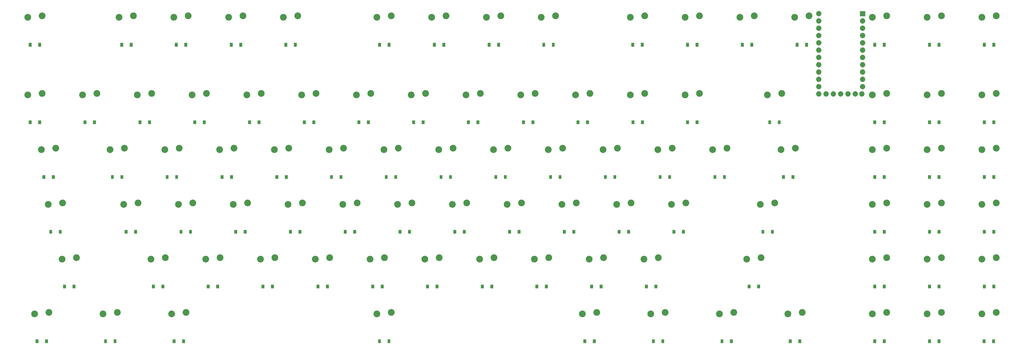
<source format=gbs>
%TF.GenerationSoftware,KiCad,Pcbnew,(5.1.8)-1*%
%TF.CreationDate,2020-11-30T17:03:09-06:00*%
%TF.ProjectId,customKeyboardV2.5,63757374-6f6d-44b6-9579-626f61726456,rev?*%
%TF.SameCoordinates,Original*%
%TF.FileFunction,Soldermask,Bot*%
%TF.FilePolarity,Negative*%
%FSLAX46Y46*%
G04 Gerber Fmt 4.6, Leading zero omitted, Abs format (unit mm)*
G04 Created by KiCad (PCBNEW (5.1.8)-1) date 2020-11-30 17:03:09*
%MOMM*%
%LPD*%
G01*
G04 APERTURE LIST*
%ADD10C,1.852600*%
%ADD11C,2.350000*%
G04 APERTURE END LIST*
D10*
%TO.C,U1*%
X337661250Y-54451250D03*
X335121250Y-54451250D03*
X332581250Y-54451250D03*
X330041250Y-54451250D03*
X327501250Y-54451250D03*
X324961250Y-26511250D03*
X339972650Y-54451250D03*
X324961250Y-29051250D03*
X324961250Y-31591250D03*
X324961250Y-34131250D03*
X324961250Y-36671250D03*
X324961250Y-39211250D03*
X324961250Y-41751250D03*
X324961250Y-44291250D03*
X324961250Y-46831250D03*
X324961250Y-49371250D03*
X324961250Y-51911250D03*
X324961250Y-54451250D03*
X340201250Y-51911250D03*
X340201250Y-49371250D03*
X340201250Y-46831250D03*
X340201250Y-44291250D03*
X340201250Y-41751250D03*
X340201250Y-39211250D03*
X340201250Y-36671250D03*
X340201250Y-34131250D03*
X340201250Y-31591250D03*
X340201250Y-29051250D03*
G36*
G01*
X339324950Y-25584950D02*
X341077550Y-25584950D01*
G75*
G02*
X341127550Y-25634950I0J-50000D01*
G01*
X341127550Y-27387550D01*
G75*
G02*
X341077550Y-27437550I-50000J0D01*
G01*
X339324950Y-27437550D01*
G75*
G02*
X339274950Y-27387550I0J50000D01*
G01*
X339274950Y-25634950D01*
G75*
G02*
X339324950Y-25584950I50000J0D01*
G01*
G37*
%TD*%
D11*
%TO.C,ALPS75*%
X343575000Y-27750000D03*
X348575000Y-27250000D03*
%TD*%
%TO.C,ALPS1*%
X49887500Y-27750000D03*
X54887500Y-27250000D03*
%TD*%
%TO.C,ALPS71*%
X304681250Y-92837500D03*
X309681250Y-92337500D03*
%TD*%
%TO.C,D66*%
G36*
G01*
X291662500Y-83943750D02*
X291662500Y-82743750D01*
G75*
G02*
X291712500Y-82693750I50000J0D01*
G01*
X292612500Y-82693750D01*
G75*
G02*
X292662500Y-82743750I0J-50000D01*
G01*
X292662500Y-83943750D01*
G75*
G02*
X292612500Y-83993750I-50000J0D01*
G01*
X291712500Y-83993750D01*
G75*
G02*
X291662500Y-83943750I0J50000D01*
G01*
G37*
G36*
G01*
X288362500Y-83943750D02*
X288362500Y-82743750D01*
G75*
G02*
X288412500Y-82693750I50000J0D01*
G01*
X289312500Y-82693750D01*
G75*
G02*
X289362500Y-82743750I0J-50000D01*
G01*
X289362500Y-83943750D01*
G75*
G02*
X289312500Y-83993750I-50000J0D01*
G01*
X288412500Y-83993750D01*
G75*
G02*
X288362500Y-83943750I0J50000D01*
G01*
G37*
%TD*%
%TO.C,D92*%
G36*
G01*
X385282500Y-141093750D02*
X385282500Y-139893750D01*
G75*
G02*
X385332500Y-139843750I50000J0D01*
G01*
X386232500Y-139843750D01*
G75*
G02*
X386282500Y-139893750I0J-50000D01*
G01*
X386282500Y-141093750D01*
G75*
G02*
X386232500Y-141143750I-50000J0D01*
G01*
X385332500Y-141143750D01*
G75*
G02*
X385282500Y-141093750I0J50000D01*
G01*
G37*
G36*
G01*
X381982500Y-141093750D02*
X381982500Y-139893750D01*
G75*
G02*
X382032500Y-139843750I50000J0D01*
G01*
X382932500Y-139843750D01*
G75*
G02*
X382982500Y-139893750I0J-50000D01*
G01*
X382982500Y-141093750D01*
G75*
G02*
X382932500Y-141143750I-50000J0D01*
G01*
X382032500Y-141143750D01*
G75*
G02*
X381982500Y-141093750I0J50000D01*
G01*
G37*
%TD*%
%TO.C,D91*%
G36*
G01*
X385325000Y-122043750D02*
X385325000Y-120843750D01*
G75*
G02*
X385375000Y-120793750I50000J0D01*
G01*
X386275000Y-120793750D01*
G75*
G02*
X386325000Y-120843750I0J-50000D01*
G01*
X386325000Y-122043750D01*
G75*
G02*
X386275000Y-122093750I-50000J0D01*
G01*
X385375000Y-122093750D01*
G75*
G02*
X385325000Y-122043750I0J50000D01*
G01*
G37*
G36*
G01*
X382025000Y-122043750D02*
X382025000Y-120843750D01*
G75*
G02*
X382075000Y-120793750I50000J0D01*
G01*
X382975000Y-120793750D01*
G75*
G02*
X383025000Y-120843750I0J-50000D01*
G01*
X383025000Y-122043750D01*
G75*
G02*
X382975000Y-122093750I-50000J0D01*
G01*
X382075000Y-122093750D01*
G75*
G02*
X382025000Y-122043750I0J50000D01*
G01*
G37*
%TD*%
%TO.C,D90*%
G36*
G01*
X385325000Y-102993750D02*
X385325000Y-101793750D01*
G75*
G02*
X385375000Y-101743750I50000J0D01*
G01*
X386275000Y-101743750D01*
G75*
G02*
X386325000Y-101793750I0J-50000D01*
G01*
X386325000Y-102993750D01*
G75*
G02*
X386275000Y-103043750I-50000J0D01*
G01*
X385375000Y-103043750D01*
G75*
G02*
X385325000Y-102993750I0J50000D01*
G01*
G37*
G36*
G01*
X382025000Y-102993750D02*
X382025000Y-101793750D01*
G75*
G02*
X382075000Y-101743750I50000J0D01*
G01*
X382975000Y-101743750D01*
G75*
G02*
X383025000Y-101793750I0J-50000D01*
G01*
X383025000Y-102993750D01*
G75*
G02*
X382975000Y-103043750I-50000J0D01*
G01*
X382075000Y-103043750D01*
G75*
G02*
X382025000Y-102993750I0J50000D01*
G01*
G37*
%TD*%
%TO.C,D89*%
G36*
G01*
X385325000Y-83943750D02*
X385325000Y-82743750D01*
G75*
G02*
X385375000Y-82693750I50000J0D01*
G01*
X386275000Y-82693750D01*
G75*
G02*
X386325000Y-82743750I0J-50000D01*
G01*
X386325000Y-83943750D01*
G75*
G02*
X386275000Y-83993750I-50000J0D01*
G01*
X385375000Y-83993750D01*
G75*
G02*
X385325000Y-83943750I0J50000D01*
G01*
G37*
G36*
G01*
X382025000Y-83943750D02*
X382025000Y-82743750D01*
G75*
G02*
X382075000Y-82693750I50000J0D01*
G01*
X382975000Y-82693750D01*
G75*
G02*
X383025000Y-82743750I0J-50000D01*
G01*
X383025000Y-83943750D01*
G75*
G02*
X382975000Y-83993750I-50000J0D01*
G01*
X382075000Y-83993750D01*
G75*
G02*
X382025000Y-83943750I0J50000D01*
G01*
G37*
%TD*%
%TO.C,D88*%
G36*
G01*
X385325000Y-64893750D02*
X385325000Y-63693750D01*
G75*
G02*
X385375000Y-63643750I50000J0D01*
G01*
X386275000Y-63643750D01*
G75*
G02*
X386325000Y-63693750I0J-50000D01*
G01*
X386325000Y-64893750D01*
G75*
G02*
X386275000Y-64943750I-50000J0D01*
G01*
X385375000Y-64943750D01*
G75*
G02*
X385325000Y-64893750I0J50000D01*
G01*
G37*
G36*
G01*
X382025000Y-64893750D02*
X382025000Y-63693750D01*
G75*
G02*
X382075000Y-63643750I50000J0D01*
G01*
X382975000Y-63643750D01*
G75*
G02*
X383025000Y-63693750I0J-50000D01*
G01*
X383025000Y-64893750D01*
G75*
G02*
X382975000Y-64943750I-50000J0D01*
G01*
X382075000Y-64943750D01*
G75*
G02*
X382025000Y-64893750I0J50000D01*
G01*
G37*
%TD*%
%TO.C,D87*%
G36*
G01*
X385325000Y-37906250D02*
X385325000Y-36706250D01*
G75*
G02*
X385375000Y-36656250I50000J0D01*
G01*
X386275000Y-36656250D01*
G75*
G02*
X386325000Y-36706250I0J-50000D01*
G01*
X386325000Y-37906250D01*
G75*
G02*
X386275000Y-37956250I-50000J0D01*
G01*
X385375000Y-37956250D01*
G75*
G02*
X385325000Y-37906250I0J50000D01*
G01*
G37*
G36*
G01*
X382025000Y-37906250D02*
X382025000Y-36706250D01*
G75*
G02*
X382075000Y-36656250I50000J0D01*
G01*
X382975000Y-36656250D01*
G75*
G02*
X383025000Y-36706250I0J-50000D01*
G01*
X383025000Y-37906250D01*
G75*
G02*
X382975000Y-37956250I-50000J0D01*
G01*
X382075000Y-37956250D01*
G75*
G02*
X382025000Y-37906250I0J50000D01*
G01*
G37*
%TD*%
%TO.C,D86*%
G36*
G01*
X366275000Y-141093750D02*
X366275000Y-139893750D01*
G75*
G02*
X366325000Y-139843750I50000J0D01*
G01*
X367225000Y-139843750D01*
G75*
G02*
X367275000Y-139893750I0J-50000D01*
G01*
X367275000Y-141093750D01*
G75*
G02*
X367225000Y-141143750I-50000J0D01*
G01*
X366325000Y-141143750D01*
G75*
G02*
X366275000Y-141093750I0J50000D01*
G01*
G37*
G36*
G01*
X362975000Y-141093750D02*
X362975000Y-139893750D01*
G75*
G02*
X363025000Y-139843750I50000J0D01*
G01*
X363925000Y-139843750D01*
G75*
G02*
X363975000Y-139893750I0J-50000D01*
G01*
X363975000Y-141093750D01*
G75*
G02*
X363925000Y-141143750I-50000J0D01*
G01*
X363025000Y-141143750D01*
G75*
G02*
X362975000Y-141093750I0J50000D01*
G01*
G37*
%TD*%
%TO.C,D85*%
G36*
G01*
X366275000Y-122043750D02*
X366275000Y-120843750D01*
G75*
G02*
X366325000Y-120793750I50000J0D01*
G01*
X367225000Y-120793750D01*
G75*
G02*
X367275000Y-120843750I0J-50000D01*
G01*
X367275000Y-122043750D01*
G75*
G02*
X367225000Y-122093750I-50000J0D01*
G01*
X366325000Y-122093750D01*
G75*
G02*
X366275000Y-122043750I0J50000D01*
G01*
G37*
G36*
G01*
X362975000Y-122043750D02*
X362975000Y-120843750D01*
G75*
G02*
X363025000Y-120793750I50000J0D01*
G01*
X363925000Y-120793750D01*
G75*
G02*
X363975000Y-120843750I0J-50000D01*
G01*
X363975000Y-122043750D01*
G75*
G02*
X363925000Y-122093750I-50000J0D01*
G01*
X363025000Y-122093750D01*
G75*
G02*
X362975000Y-122043750I0J50000D01*
G01*
G37*
%TD*%
%TO.C,D84*%
G36*
G01*
X366275000Y-102993750D02*
X366275000Y-101793750D01*
G75*
G02*
X366325000Y-101743750I50000J0D01*
G01*
X367225000Y-101743750D01*
G75*
G02*
X367275000Y-101793750I0J-50000D01*
G01*
X367275000Y-102993750D01*
G75*
G02*
X367225000Y-103043750I-50000J0D01*
G01*
X366325000Y-103043750D01*
G75*
G02*
X366275000Y-102993750I0J50000D01*
G01*
G37*
G36*
G01*
X362975000Y-102993750D02*
X362975000Y-101793750D01*
G75*
G02*
X363025000Y-101743750I50000J0D01*
G01*
X363925000Y-101743750D01*
G75*
G02*
X363975000Y-101793750I0J-50000D01*
G01*
X363975000Y-102993750D01*
G75*
G02*
X363925000Y-103043750I-50000J0D01*
G01*
X363025000Y-103043750D01*
G75*
G02*
X362975000Y-102993750I0J50000D01*
G01*
G37*
%TD*%
%TO.C,D83*%
G36*
G01*
X366275000Y-83943750D02*
X366275000Y-82743750D01*
G75*
G02*
X366325000Y-82693750I50000J0D01*
G01*
X367225000Y-82693750D01*
G75*
G02*
X367275000Y-82743750I0J-50000D01*
G01*
X367275000Y-83943750D01*
G75*
G02*
X367225000Y-83993750I-50000J0D01*
G01*
X366325000Y-83993750D01*
G75*
G02*
X366275000Y-83943750I0J50000D01*
G01*
G37*
G36*
G01*
X362975000Y-83943750D02*
X362975000Y-82743750D01*
G75*
G02*
X363025000Y-82693750I50000J0D01*
G01*
X363925000Y-82693750D01*
G75*
G02*
X363975000Y-82743750I0J-50000D01*
G01*
X363975000Y-83943750D01*
G75*
G02*
X363925000Y-83993750I-50000J0D01*
G01*
X363025000Y-83993750D01*
G75*
G02*
X362975000Y-83943750I0J50000D01*
G01*
G37*
%TD*%
%TO.C,D82*%
G36*
G01*
X366275000Y-64893750D02*
X366275000Y-63693750D01*
G75*
G02*
X366325000Y-63643750I50000J0D01*
G01*
X367225000Y-63643750D01*
G75*
G02*
X367275000Y-63693750I0J-50000D01*
G01*
X367275000Y-64893750D01*
G75*
G02*
X367225000Y-64943750I-50000J0D01*
G01*
X366325000Y-64943750D01*
G75*
G02*
X366275000Y-64893750I0J50000D01*
G01*
G37*
G36*
G01*
X362975000Y-64893750D02*
X362975000Y-63693750D01*
G75*
G02*
X363025000Y-63643750I50000J0D01*
G01*
X363925000Y-63643750D01*
G75*
G02*
X363975000Y-63693750I0J-50000D01*
G01*
X363975000Y-64893750D01*
G75*
G02*
X363925000Y-64943750I-50000J0D01*
G01*
X363025000Y-64943750D01*
G75*
G02*
X362975000Y-64893750I0J50000D01*
G01*
G37*
%TD*%
%TO.C,D81*%
G36*
G01*
X366275000Y-37906250D02*
X366275000Y-36706250D01*
G75*
G02*
X366325000Y-36656250I50000J0D01*
G01*
X367225000Y-36656250D01*
G75*
G02*
X367275000Y-36706250I0J-50000D01*
G01*
X367275000Y-37906250D01*
G75*
G02*
X367225000Y-37956250I-50000J0D01*
G01*
X366325000Y-37956250D01*
G75*
G02*
X366275000Y-37906250I0J50000D01*
G01*
G37*
G36*
G01*
X362975000Y-37906250D02*
X362975000Y-36706250D01*
G75*
G02*
X363025000Y-36656250I50000J0D01*
G01*
X363925000Y-36656250D01*
G75*
G02*
X363975000Y-36706250I0J-50000D01*
G01*
X363975000Y-37906250D01*
G75*
G02*
X363925000Y-37956250I-50000J0D01*
G01*
X363025000Y-37956250D01*
G75*
G02*
X362975000Y-37906250I0J50000D01*
G01*
G37*
%TD*%
%TO.C,D80*%
G36*
G01*
X347225000Y-141093750D02*
X347225000Y-139893750D01*
G75*
G02*
X347275000Y-139843750I50000J0D01*
G01*
X348175000Y-139843750D01*
G75*
G02*
X348225000Y-139893750I0J-50000D01*
G01*
X348225000Y-141093750D01*
G75*
G02*
X348175000Y-141143750I-50000J0D01*
G01*
X347275000Y-141143750D01*
G75*
G02*
X347225000Y-141093750I0J50000D01*
G01*
G37*
G36*
G01*
X343925000Y-141093750D02*
X343925000Y-139893750D01*
G75*
G02*
X343975000Y-139843750I50000J0D01*
G01*
X344875000Y-139843750D01*
G75*
G02*
X344925000Y-139893750I0J-50000D01*
G01*
X344925000Y-141093750D01*
G75*
G02*
X344875000Y-141143750I-50000J0D01*
G01*
X343975000Y-141143750D01*
G75*
G02*
X343925000Y-141093750I0J50000D01*
G01*
G37*
%TD*%
%TO.C,D79*%
G36*
G01*
X347225000Y-122043750D02*
X347225000Y-120843750D01*
G75*
G02*
X347275000Y-120793750I50000J0D01*
G01*
X348175000Y-120793750D01*
G75*
G02*
X348225000Y-120843750I0J-50000D01*
G01*
X348225000Y-122043750D01*
G75*
G02*
X348175000Y-122093750I-50000J0D01*
G01*
X347275000Y-122093750D01*
G75*
G02*
X347225000Y-122043750I0J50000D01*
G01*
G37*
G36*
G01*
X343925000Y-122043750D02*
X343925000Y-120843750D01*
G75*
G02*
X343975000Y-120793750I50000J0D01*
G01*
X344875000Y-120793750D01*
G75*
G02*
X344925000Y-120843750I0J-50000D01*
G01*
X344925000Y-122043750D01*
G75*
G02*
X344875000Y-122093750I-50000J0D01*
G01*
X343975000Y-122093750D01*
G75*
G02*
X343925000Y-122043750I0J50000D01*
G01*
G37*
%TD*%
%TO.C,D78*%
G36*
G01*
X347225000Y-102993750D02*
X347225000Y-101793750D01*
G75*
G02*
X347275000Y-101743750I50000J0D01*
G01*
X348175000Y-101743750D01*
G75*
G02*
X348225000Y-101793750I0J-50000D01*
G01*
X348225000Y-102993750D01*
G75*
G02*
X348175000Y-103043750I-50000J0D01*
G01*
X347275000Y-103043750D01*
G75*
G02*
X347225000Y-102993750I0J50000D01*
G01*
G37*
G36*
G01*
X343925000Y-102993750D02*
X343925000Y-101793750D01*
G75*
G02*
X343975000Y-101743750I50000J0D01*
G01*
X344875000Y-101743750D01*
G75*
G02*
X344925000Y-101793750I0J-50000D01*
G01*
X344925000Y-102993750D01*
G75*
G02*
X344875000Y-103043750I-50000J0D01*
G01*
X343975000Y-103043750D01*
G75*
G02*
X343925000Y-102993750I0J50000D01*
G01*
G37*
%TD*%
%TO.C,D77*%
G36*
G01*
X347225000Y-83943750D02*
X347225000Y-82743750D01*
G75*
G02*
X347275000Y-82693750I50000J0D01*
G01*
X348175000Y-82693750D01*
G75*
G02*
X348225000Y-82743750I0J-50000D01*
G01*
X348225000Y-83943750D01*
G75*
G02*
X348175000Y-83993750I-50000J0D01*
G01*
X347275000Y-83993750D01*
G75*
G02*
X347225000Y-83943750I0J50000D01*
G01*
G37*
G36*
G01*
X343925000Y-83943750D02*
X343925000Y-82743750D01*
G75*
G02*
X343975000Y-82693750I50000J0D01*
G01*
X344875000Y-82693750D01*
G75*
G02*
X344925000Y-82743750I0J-50000D01*
G01*
X344925000Y-83943750D01*
G75*
G02*
X344875000Y-83993750I-50000J0D01*
G01*
X343975000Y-83993750D01*
G75*
G02*
X343925000Y-83943750I0J50000D01*
G01*
G37*
%TD*%
%TO.C,D76*%
G36*
G01*
X347225000Y-64893750D02*
X347225000Y-63693750D01*
G75*
G02*
X347275000Y-63643750I50000J0D01*
G01*
X348175000Y-63643750D01*
G75*
G02*
X348225000Y-63693750I0J-50000D01*
G01*
X348225000Y-64893750D01*
G75*
G02*
X348175000Y-64943750I-50000J0D01*
G01*
X347275000Y-64943750D01*
G75*
G02*
X347225000Y-64893750I0J50000D01*
G01*
G37*
G36*
G01*
X343925000Y-64893750D02*
X343925000Y-63693750D01*
G75*
G02*
X343975000Y-63643750I50000J0D01*
G01*
X344875000Y-63643750D01*
G75*
G02*
X344925000Y-63693750I0J-50000D01*
G01*
X344925000Y-64893750D01*
G75*
G02*
X344875000Y-64943750I-50000J0D01*
G01*
X343975000Y-64943750D01*
G75*
G02*
X343925000Y-64893750I0J50000D01*
G01*
G37*
%TD*%
%TO.C,D75*%
G36*
G01*
X347225000Y-37906250D02*
X347225000Y-36706250D01*
G75*
G02*
X347275000Y-36656250I50000J0D01*
G01*
X348175000Y-36656250D01*
G75*
G02*
X348225000Y-36706250I0J-50000D01*
G01*
X348225000Y-37906250D01*
G75*
G02*
X348175000Y-37956250I-50000J0D01*
G01*
X347275000Y-37956250D01*
G75*
G02*
X347225000Y-37906250I0J50000D01*
G01*
G37*
G36*
G01*
X343925000Y-37906250D02*
X343925000Y-36706250D01*
G75*
G02*
X343975000Y-36656250I50000J0D01*
G01*
X344875000Y-36656250D01*
G75*
G02*
X344925000Y-36706250I0J-50000D01*
G01*
X344925000Y-37906250D01*
G75*
G02*
X344875000Y-37956250I-50000J0D01*
G01*
X343975000Y-37956250D01*
G75*
G02*
X343925000Y-37906250I0J50000D01*
G01*
G37*
%TD*%
%TO.C,D73*%
G36*
G01*
X310712500Y-64893750D02*
X310712500Y-63693750D01*
G75*
G02*
X310762500Y-63643750I50000J0D01*
G01*
X311662500Y-63643750D01*
G75*
G02*
X311712500Y-63693750I0J-50000D01*
G01*
X311712500Y-64893750D01*
G75*
G02*
X311662500Y-64943750I-50000J0D01*
G01*
X310762500Y-64943750D01*
G75*
G02*
X310712500Y-64893750I0J50000D01*
G01*
G37*
G36*
G01*
X307412500Y-64893750D02*
X307412500Y-63693750D01*
G75*
G02*
X307462500Y-63643750I50000J0D01*
G01*
X308362500Y-63643750D01*
G75*
G02*
X308412500Y-63693750I0J-50000D01*
G01*
X308412500Y-64893750D01*
G75*
G02*
X308362500Y-64943750I-50000J0D01*
G01*
X307462500Y-64943750D01*
G75*
G02*
X307412500Y-64893750I0J50000D01*
G01*
G37*
%TD*%
%TO.C,D74*%
G36*
G01*
X320237500Y-37906250D02*
X320237500Y-36706250D01*
G75*
G02*
X320287500Y-36656250I50000J0D01*
G01*
X321187500Y-36656250D01*
G75*
G02*
X321237500Y-36706250I0J-50000D01*
G01*
X321237500Y-37906250D01*
G75*
G02*
X321187500Y-37956250I-50000J0D01*
G01*
X320287500Y-37956250D01*
G75*
G02*
X320237500Y-37906250I0J50000D01*
G01*
G37*
G36*
G01*
X316937500Y-37906250D02*
X316937500Y-36706250D01*
G75*
G02*
X316987500Y-36656250I50000J0D01*
G01*
X317887500Y-36656250D01*
G75*
G02*
X317937500Y-36706250I0J-50000D01*
G01*
X317937500Y-37906250D01*
G75*
G02*
X317887500Y-37956250I-50000J0D01*
G01*
X316987500Y-37956250D01*
G75*
G02*
X316937500Y-37906250I0J50000D01*
G01*
G37*
%TD*%
%TO.C,D72*%
G36*
G01*
X315475000Y-83943750D02*
X315475000Y-82743750D01*
G75*
G02*
X315525000Y-82693750I50000J0D01*
G01*
X316425000Y-82693750D01*
G75*
G02*
X316475000Y-82743750I0J-50000D01*
G01*
X316475000Y-83943750D01*
G75*
G02*
X316425000Y-83993750I-50000J0D01*
G01*
X315525000Y-83993750D01*
G75*
G02*
X315475000Y-83943750I0J50000D01*
G01*
G37*
G36*
G01*
X312175000Y-83943750D02*
X312175000Y-82743750D01*
G75*
G02*
X312225000Y-82693750I50000J0D01*
G01*
X313125000Y-82693750D01*
G75*
G02*
X313175000Y-82743750I0J-50000D01*
G01*
X313175000Y-83943750D01*
G75*
G02*
X313125000Y-83993750I-50000J0D01*
G01*
X312225000Y-83993750D01*
G75*
G02*
X312175000Y-83943750I0J50000D01*
G01*
G37*
%TD*%
%TO.C,D71*%
G36*
G01*
X308331250Y-102993750D02*
X308331250Y-101793750D01*
G75*
G02*
X308381250Y-101743750I50000J0D01*
G01*
X309281250Y-101743750D01*
G75*
G02*
X309331250Y-101793750I0J-50000D01*
G01*
X309331250Y-102993750D01*
G75*
G02*
X309281250Y-103043750I-50000J0D01*
G01*
X308381250Y-103043750D01*
G75*
G02*
X308331250Y-102993750I0J50000D01*
G01*
G37*
G36*
G01*
X305031250Y-102993750D02*
X305031250Y-101793750D01*
G75*
G02*
X305081250Y-101743750I50000J0D01*
G01*
X305981250Y-101743750D01*
G75*
G02*
X306031250Y-101793750I0J-50000D01*
G01*
X306031250Y-102993750D01*
G75*
G02*
X305981250Y-103043750I-50000J0D01*
G01*
X305081250Y-103043750D01*
G75*
G02*
X305031250Y-102993750I0J50000D01*
G01*
G37*
%TD*%
%TO.C,D70*%
G36*
G01*
X317856250Y-141093750D02*
X317856250Y-139893750D01*
G75*
G02*
X317906250Y-139843750I50000J0D01*
G01*
X318806250Y-139843750D01*
G75*
G02*
X318856250Y-139893750I0J-50000D01*
G01*
X318856250Y-141093750D01*
G75*
G02*
X318806250Y-141143750I-50000J0D01*
G01*
X317906250Y-141143750D01*
G75*
G02*
X317856250Y-141093750I0J50000D01*
G01*
G37*
G36*
G01*
X314556250Y-141093750D02*
X314556250Y-139893750D01*
G75*
G02*
X314606250Y-139843750I50000J0D01*
G01*
X315506250Y-139843750D01*
G75*
G02*
X315556250Y-139893750I0J-50000D01*
G01*
X315556250Y-141093750D01*
G75*
G02*
X315506250Y-141143750I-50000J0D01*
G01*
X314606250Y-141143750D01*
G75*
G02*
X314556250Y-141093750I0J50000D01*
G01*
G37*
%TD*%
%TO.C,D69*%
G36*
G01*
X303568750Y-122043750D02*
X303568750Y-120843750D01*
G75*
G02*
X303618750Y-120793750I50000J0D01*
G01*
X304518750Y-120793750D01*
G75*
G02*
X304568750Y-120843750I0J-50000D01*
G01*
X304568750Y-122043750D01*
G75*
G02*
X304518750Y-122093750I-50000J0D01*
G01*
X303618750Y-122093750D01*
G75*
G02*
X303568750Y-122043750I0J50000D01*
G01*
G37*
G36*
G01*
X300268750Y-122043750D02*
X300268750Y-120843750D01*
G75*
G02*
X300318750Y-120793750I50000J0D01*
G01*
X301218750Y-120793750D01*
G75*
G02*
X301268750Y-120843750I0J-50000D01*
G01*
X301268750Y-122043750D01*
G75*
G02*
X301218750Y-122093750I-50000J0D01*
G01*
X300318750Y-122093750D01*
G75*
G02*
X300268750Y-122043750I0J50000D01*
G01*
G37*
%TD*%
%TO.C,D67*%
G36*
G01*
X282137500Y-64893750D02*
X282137500Y-63693750D01*
G75*
G02*
X282187500Y-63643750I50000J0D01*
G01*
X283087500Y-63643750D01*
G75*
G02*
X283137500Y-63693750I0J-50000D01*
G01*
X283137500Y-64893750D01*
G75*
G02*
X283087500Y-64943750I-50000J0D01*
G01*
X282187500Y-64943750D01*
G75*
G02*
X282137500Y-64893750I0J50000D01*
G01*
G37*
G36*
G01*
X278837500Y-64893750D02*
X278837500Y-63693750D01*
G75*
G02*
X278887500Y-63643750I50000J0D01*
G01*
X279787500Y-63643750D01*
G75*
G02*
X279837500Y-63693750I0J-50000D01*
G01*
X279837500Y-64893750D01*
G75*
G02*
X279787500Y-64943750I-50000J0D01*
G01*
X278887500Y-64943750D01*
G75*
G02*
X278837500Y-64893750I0J50000D01*
G01*
G37*
%TD*%
%TO.C,D68*%
G36*
G01*
X301187500Y-37906250D02*
X301187500Y-36706250D01*
G75*
G02*
X301237500Y-36656250I50000J0D01*
G01*
X302137500Y-36656250D01*
G75*
G02*
X302187500Y-36706250I0J-50000D01*
G01*
X302187500Y-37906250D01*
G75*
G02*
X302137500Y-37956250I-50000J0D01*
G01*
X301237500Y-37956250D01*
G75*
G02*
X301187500Y-37906250I0J50000D01*
G01*
G37*
G36*
G01*
X297887500Y-37906250D02*
X297887500Y-36706250D01*
G75*
G02*
X297937500Y-36656250I50000J0D01*
G01*
X298837500Y-36656250D01*
G75*
G02*
X298887500Y-36706250I0J-50000D01*
G01*
X298887500Y-37906250D01*
G75*
G02*
X298837500Y-37956250I-50000J0D01*
G01*
X297937500Y-37956250D01*
G75*
G02*
X297887500Y-37906250I0J50000D01*
G01*
G37*
%TD*%
%TO.C,D65*%
G36*
G01*
X277375000Y-102993750D02*
X277375000Y-101793750D01*
G75*
G02*
X277425000Y-101743750I50000J0D01*
G01*
X278325000Y-101743750D01*
G75*
G02*
X278375000Y-101793750I0J-50000D01*
G01*
X278375000Y-102993750D01*
G75*
G02*
X278325000Y-103043750I-50000J0D01*
G01*
X277425000Y-103043750D01*
G75*
G02*
X277375000Y-102993750I0J50000D01*
G01*
G37*
G36*
G01*
X274075000Y-102993750D02*
X274075000Y-101793750D01*
G75*
G02*
X274125000Y-101743750I50000J0D01*
G01*
X275025000Y-101743750D01*
G75*
G02*
X275075000Y-101793750I0J-50000D01*
G01*
X275075000Y-102993750D01*
G75*
G02*
X275025000Y-103043750I-50000J0D01*
G01*
X274125000Y-103043750D01*
G75*
G02*
X274075000Y-102993750I0J50000D01*
G01*
G37*
%TD*%
%TO.C,D62*%
G36*
G01*
X272612500Y-83943750D02*
X272612500Y-82743750D01*
G75*
G02*
X272662500Y-82693750I50000J0D01*
G01*
X273562500Y-82693750D01*
G75*
G02*
X273612500Y-82743750I0J-50000D01*
G01*
X273612500Y-83943750D01*
G75*
G02*
X273562500Y-83993750I-50000J0D01*
G01*
X272662500Y-83993750D01*
G75*
G02*
X272612500Y-83943750I0J50000D01*
G01*
G37*
G36*
G01*
X269312500Y-83943750D02*
X269312500Y-82743750D01*
G75*
G02*
X269362500Y-82693750I50000J0D01*
G01*
X270262500Y-82693750D01*
G75*
G02*
X270312500Y-82743750I0J-50000D01*
G01*
X270312500Y-83943750D01*
G75*
G02*
X270262500Y-83993750I-50000J0D01*
G01*
X269362500Y-83993750D01*
G75*
G02*
X269312500Y-83943750I0J50000D01*
G01*
G37*
%TD*%
%TO.C,D63*%
G36*
G01*
X294106250Y-141093750D02*
X294106250Y-139893750D01*
G75*
G02*
X294156250Y-139843750I50000J0D01*
G01*
X295056250Y-139843750D01*
G75*
G02*
X295106250Y-139893750I0J-50000D01*
G01*
X295106250Y-141093750D01*
G75*
G02*
X295056250Y-141143750I-50000J0D01*
G01*
X294156250Y-141143750D01*
G75*
G02*
X294106250Y-141093750I0J50000D01*
G01*
G37*
G36*
G01*
X290806250Y-141093750D02*
X290806250Y-139893750D01*
G75*
G02*
X290856250Y-139843750I50000J0D01*
G01*
X291756250Y-139843750D01*
G75*
G02*
X291806250Y-139893750I0J-50000D01*
G01*
X291806250Y-141093750D01*
G75*
G02*
X291756250Y-141143750I-50000J0D01*
G01*
X290856250Y-141143750D01*
G75*
G02*
X290806250Y-141093750I0J50000D01*
G01*
G37*
%TD*%
%TO.C,D61*%
G36*
G01*
X263150000Y-64893750D02*
X263150000Y-63693750D01*
G75*
G02*
X263200000Y-63643750I50000J0D01*
G01*
X264100000Y-63643750D01*
G75*
G02*
X264150000Y-63693750I0J-50000D01*
G01*
X264150000Y-64893750D01*
G75*
G02*
X264100000Y-64943750I-50000J0D01*
G01*
X263200000Y-64943750D01*
G75*
G02*
X263150000Y-64893750I0J50000D01*
G01*
G37*
G36*
G01*
X259850000Y-64893750D02*
X259850000Y-63693750D01*
G75*
G02*
X259900000Y-63643750I50000J0D01*
G01*
X260800000Y-63643750D01*
G75*
G02*
X260850000Y-63693750I0J-50000D01*
G01*
X260850000Y-64893750D01*
G75*
G02*
X260800000Y-64943750I-50000J0D01*
G01*
X259900000Y-64943750D01*
G75*
G02*
X259850000Y-64893750I0J50000D01*
G01*
G37*
%TD*%
%TO.C,D64*%
G36*
G01*
X282137500Y-37906250D02*
X282137500Y-36706250D01*
G75*
G02*
X282187500Y-36656250I50000J0D01*
G01*
X283087500Y-36656250D01*
G75*
G02*
X283137500Y-36706250I0J-50000D01*
G01*
X283137500Y-37906250D01*
G75*
G02*
X283087500Y-37956250I-50000J0D01*
G01*
X282187500Y-37956250D01*
G75*
G02*
X282137500Y-37906250I0J50000D01*
G01*
G37*
G36*
G01*
X278837500Y-37906250D02*
X278837500Y-36706250D01*
G75*
G02*
X278887500Y-36656250I50000J0D01*
G01*
X279787500Y-36656250D01*
G75*
G02*
X279837500Y-36706250I0J-50000D01*
G01*
X279837500Y-37906250D01*
G75*
G02*
X279787500Y-37956250I-50000J0D01*
G01*
X278887500Y-37956250D01*
G75*
G02*
X278837500Y-37906250I0J50000D01*
G01*
G37*
%TD*%
%TO.C,D60*%
G36*
G01*
X267850000Y-122043750D02*
X267850000Y-120843750D01*
G75*
G02*
X267900000Y-120793750I50000J0D01*
G01*
X268800000Y-120793750D01*
G75*
G02*
X268850000Y-120843750I0J-50000D01*
G01*
X268850000Y-122043750D01*
G75*
G02*
X268800000Y-122093750I-50000J0D01*
G01*
X267900000Y-122093750D01*
G75*
G02*
X267850000Y-122043750I0J50000D01*
G01*
G37*
G36*
G01*
X264550000Y-122043750D02*
X264550000Y-120843750D01*
G75*
G02*
X264600000Y-120793750I50000J0D01*
G01*
X265500000Y-120793750D01*
G75*
G02*
X265550000Y-120843750I0J-50000D01*
G01*
X265550000Y-122043750D01*
G75*
G02*
X265500000Y-122093750I-50000J0D01*
G01*
X264600000Y-122093750D01*
G75*
G02*
X264550000Y-122043750I0J50000D01*
G01*
G37*
%TD*%
%TO.C,D59*%
G36*
G01*
X258325000Y-102993750D02*
X258325000Y-101793750D01*
G75*
G02*
X258375000Y-101743750I50000J0D01*
G01*
X259275000Y-101743750D01*
G75*
G02*
X259325000Y-101793750I0J-50000D01*
G01*
X259325000Y-102993750D01*
G75*
G02*
X259275000Y-103043750I-50000J0D01*
G01*
X258375000Y-103043750D01*
G75*
G02*
X258325000Y-102993750I0J50000D01*
G01*
G37*
G36*
G01*
X255025000Y-102993750D02*
X255025000Y-101793750D01*
G75*
G02*
X255075000Y-101743750I50000J0D01*
G01*
X255975000Y-101743750D01*
G75*
G02*
X256025000Y-101793750I0J-50000D01*
G01*
X256025000Y-102993750D01*
G75*
G02*
X255975000Y-103043750I-50000J0D01*
G01*
X255075000Y-103043750D01*
G75*
G02*
X255025000Y-102993750I0J50000D01*
G01*
G37*
%TD*%
%TO.C,D57*%
G36*
G01*
X253562500Y-83943750D02*
X253562500Y-82743750D01*
G75*
G02*
X253612500Y-82693750I50000J0D01*
G01*
X254512500Y-82693750D01*
G75*
G02*
X254562500Y-82743750I0J-50000D01*
G01*
X254562500Y-83943750D01*
G75*
G02*
X254512500Y-83993750I-50000J0D01*
G01*
X253612500Y-83993750D01*
G75*
G02*
X253562500Y-83943750I0J50000D01*
G01*
G37*
G36*
G01*
X250262500Y-83943750D02*
X250262500Y-82743750D01*
G75*
G02*
X250312500Y-82693750I50000J0D01*
G01*
X251212500Y-82693750D01*
G75*
G02*
X251262500Y-82743750I0J-50000D01*
G01*
X251262500Y-83943750D01*
G75*
G02*
X251212500Y-83993750I-50000J0D01*
G01*
X250312500Y-83993750D01*
G75*
G02*
X250262500Y-83943750I0J50000D01*
G01*
G37*
%TD*%
%TO.C,D56*%
G36*
G01*
X244037500Y-64893750D02*
X244037500Y-63693750D01*
G75*
G02*
X244087500Y-63643750I50000J0D01*
G01*
X244987500Y-63643750D01*
G75*
G02*
X245037500Y-63693750I0J-50000D01*
G01*
X245037500Y-64893750D01*
G75*
G02*
X244987500Y-64943750I-50000J0D01*
G01*
X244087500Y-64943750D01*
G75*
G02*
X244037500Y-64893750I0J50000D01*
G01*
G37*
G36*
G01*
X240737500Y-64893750D02*
X240737500Y-63693750D01*
G75*
G02*
X240787500Y-63643750I50000J0D01*
G01*
X241687500Y-63643750D01*
G75*
G02*
X241737500Y-63693750I0J-50000D01*
G01*
X241737500Y-64893750D01*
G75*
G02*
X241687500Y-64943750I-50000J0D01*
G01*
X240787500Y-64943750D01*
G75*
G02*
X240737500Y-64893750I0J50000D01*
G01*
G37*
%TD*%
%TO.C,D58*%
G36*
G01*
X263087500Y-37906250D02*
X263087500Y-36706250D01*
G75*
G02*
X263137500Y-36656250I50000J0D01*
G01*
X264037500Y-36656250D01*
G75*
G02*
X264087500Y-36706250I0J-50000D01*
G01*
X264087500Y-37906250D01*
G75*
G02*
X264037500Y-37956250I-50000J0D01*
G01*
X263137500Y-37956250D01*
G75*
G02*
X263087500Y-37906250I0J50000D01*
G01*
G37*
G36*
G01*
X259787500Y-37906250D02*
X259787500Y-36706250D01*
G75*
G02*
X259837500Y-36656250I50000J0D01*
G01*
X260737500Y-36656250D01*
G75*
G02*
X260787500Y-36706250I0J-50000D01*
G01*
X260787500Y-37906250D01*
G75*
G02*
X260737500Y-37956250I-50000J0D01*
G01*
X259837500Y-37956250D01*
G75*
G02*
X259787500Y-37906250I0J50000D01*
G01*
G37*
%TD*%
%TO.C,D55*%
G36*
G01*
X248800000Y-122043750D02*
X248800000Y-120843750D01*
G75*
G02*
X248850000Y-120793750I50000J0D01*
G01*
X249750000Y-120793750D01*
G75*
G02*
X249800000Y-120843750I0J-50000D01*
G01*
X249800000Y-122043750D01*
G75*
G02*
X249750000Y-122093750I-50000J0D01*
G01*
X248850000Y-122093750D01*
G75*
G02*
X248800000Y-122043750I0J50000D01*
G01*
G37*
G36*
G01*
X245500000Y-122043750D02*
X245500000Y-120843750D01*
G75*
G02*
X245550000Y-120793750I50000J0D01*
G01*
X246450000Y-120793750D01*
G75*
G02*
X246500000Y-120843750I0J-50000D01*
G01*
X246500000Y-122043750D01*
G75*
G02*
X246450000Y-122093750I-50000J0D01*
G01*
X245550000Y-122093750D01*
G75*
G02*
X245500000Y-122043750I0J50000D01*
G01*
G37*
%TD*%
%TO.C,D54*%
G36*
G01*
X270231250Y-141093750D02*
X270231250Y-139893750D01*
G75*
G02*
X270281250Y-139843750I50000J0D01*
G01*
X271181250Y-139843750D01*
G75*
G02*
X271231250Y-139893750I0J-50000D01*
G01*
X271231250Y-141093750D01*
G75*
G02*
X271181250Y-141143750I-50000J0D01*
G01*
X270281250Y-141143750D01*
G75*
G02*
X270231250Y-141093750I0J50000D01*
G01*
G37*
G36*
G01*
X266931250Y-141093750D02*
X266931250Y-139893750D01*
G75*
G02*
X266981250Y-139843750I50000J0D01*
G01*
X267881250Y-139843750D01*
G75*
G02*
X267931250Y-139893750I0J-50000D01*
G01*
X267931250Y-141093750D01*
G75*
G02*
X267881250Y-141143750I-50000J0D01*
G01*
X266981250Y-141143750D01*
G75*
G02*
X266931250Y-141093750I0J50000D01*
G01*
G37*
%TD*%
%TO.C,D53*%
G36*
G01*
X239275000Y-102993750D02*
X239275000Y-101793750D01*
G75*
G02*
X239325000Y-101743750I50000J0D01*
G01*
X240225000Y-101743750D01*
G75*
G02*
X240275000Y-101793750I0J-50000D01*
G01*
X240275000Y-102993750D01*
G75*
G02*
X240225000Y-103043750I-50000J0D01*
G01*
X239325000Y-103043750D01*
G75*
G02*
X239275000Y-102993750I0J50000D01*
G01*
G37*
G36*
G01*
X235975000Y-102993750D02*
X235975000Y-101793750D01*
G75*
G02*
X236025000Y-101743750I50000J0D01*
G01*
X236925000Y-101743750D01*
G75*
G02*
X236975000Y-101793750I0J-50000D01*
G01*
X236975000Y-102993750D01*
G75*
G02*
X236925000Y-103043750I-50000J0D01*
G01*
X236025000Y-103043750D01*
G75*
G02*
X235975000Y-102993750I0J50000D01*
G01*
G37*
%TD*%
%TO.C,D52*%
G36*
G01*
X234512500Y-83943750D02*
X234512500Y-82743750D01*
G75*
G02*
X234562500Y-82693750I50000J0D01*
G01*
X235462500Y-82693750D01*
G75*
G02*
X235512500Y-82743750I0J-50000D01*
G01*
X235512500Y-83943750D01*
G75*
G02*
X235462500Y-83993750I-50000J0D01*
G01*
X234562500Y-83993750D01*
G75*
G02*
X234512500Y-83943750I0J50000D01*
G01*
G37*
G36*
G01*
X231212500Y-83943750D02*
X231212500Y-82743750D01*
G75*
G02*
X231262500Y-82693750I50000J0D01*
G01*
X232162500Y-82693750D01*
G75*
G02*
X232212500Y-82743750I0J-50000D01*
G01*
X232212500Y-83943750D01*
G75*
G02*
X232162500Y-83993750I-50000J0D01*
G01*
X231262500Y-83993750D01*
G75*
G02*
X231212500Y-83943750I0J50000D01*
G01*
G37*
%TD*%
%TO.C,D51*%
G36*
G01*
X225050000Y-64893750D02*
X225050000Y-63693750D01*
G75*
G02*
X225100000Y-63643750I50000J0D01*
G01*
X226000000Y-63643750D01*
G75*
G02*
X226050000Y-63693750I0J-50000D01*
G01*
X226050000Y-64893750D01*
G75*
G02*
X226000000Y-64943750I-50000J0D01*
G01*
X225100000Y-64943750D01*
G75*
G02*
X225050000Y-64893750I0J50000D01*
G01*
G37*
G36*
G01*
X221750000Y-64893750D02*
X221750000Y-63693750D01*
G75*
G02*
X221800000Y-63643750I50000J0D01*
G01*
X222700000Y-63643750D01*
G75*
G02*
X222750000Y-63693750I0J-50000D01*
G01*
X222750000Y-64893750D01*
G75*
G02*
X222700000Y-64943750I-50000J0D01*
G01*
X221800000Y-64943750D01*
G75*
G02*
X221750000Y-64893750I0J50000D01*
G01*
G37*
%TD*%
%TO.C,D50*%
G36*
G01*
X229750000Y-122043750D02*
X229750000Y-120843750D01*
G75*
G02*
X229800000Y-120793750I50000J0D01*
G01*
X230700000Y-120793750D01*
G75*
G02*
X230750000Y-120843750I0J-50000D01*
G01*
X230750000Y-122043750D01*
G75*
G02*
X230700000Y-122093750I-50000J0D01*
G01*
X229800000Y-122093750D01*
G75*
G02*
X229750000Y-122043750I0J50000D01*
G01*
G37*
G36*
G01*
X226450000Y-122043750D02*
X226450000Y-120843750D01*
G75*
G02*
X226500000Y-120793750I50000J0D01*
G01*
X227400000Y-120793750D01*
G75*
G02*
X227450000Y-120843750I0J-50000D01*
G01*
X227450000Y-122043750D01*
G75*
G02*
X227400000Y-122093750I-50000J0D01*
G01*
X226500000Y-122093750D01*
G75*
G02*
X226450000Y-122043750I0J50000D01*
G01*
G37*
%TD*%
%TO.C,D49*%
G36*
G01*
X232131250Y-37906250D02*
X232131250Y-36706250D01*
G75*
G02*
X232181250Y-36656250I50000J0D01*
G01*
X233081250Y-36656250D01*
G75*
G02*
X233131250Y-36706250I0J-50000D01*
G01*
X233131250Y-37906250D01*
G75*
G02*
X233081250Y-37956250I-50000J0D01*
G01*
X232181250Y-37956250D01*
G75*
G02*
X232131250Y-37906250I0J50000D01*
G01*
G37*
G36*
G01*
X228831250Y-37906250D02*
X228831250Y-36706250D01*
G75*
G02*
X228881250Y-36656250I50000J0D01*
G01*
X229781250Y-36656250D01*
G75*
G02*
X229831250Y-36706250I0J-50000D01*
G01*
X229831250Y-37906250D01*
G75*
G02*
X229781250Y-37956250I-50000J0D01*
G01*
X228881250Y-37956250D01*
G75*
G02*
X228831250Y-37906250I0J50000D01*
G01*
G37*
%TD*%
%TO.C,D48*%
G36*
G01*
X246418750Y-141093750D02*
X246418750Y-139893750D01*
G75*
G02*
X246468750Y-139843750I50000J0D01*
G01*
X247368750Y-139843750D01*
G75*
G02*
X247418750Y-139893750I0J-50000D01*
G01*
X247418750Y-141093750D01*
G75*
G02*
X247368750Y-141143750I-50000J0D01*
G01*
X246468750Y-141143750D01*
G75*
G02*
X246418750Y-141093750I0J50000D01*
G01*
G37*
G36*
G01*
X243118750Y-141093750D02*
X243118750Y-139893750D01*
G75*
G02*
X243168750Y-139843750I50000J0D01*
G01*
X244068750Y-139843750D01*
G75*
G02*
X244118750Y-139893750I0J-50000D01*
G01*
X244118750Y-141093750D01*
G75*
G02*
X244068750Y-141143750I-50000J0D01*
G01*
X243168750Y-141143750D01*
G75*
G02*
X243118750Y-141093750I0J50000D01*
G01*
G37*
%TD*%
%TO.C,D47*%
G36*
G01*
X220225000Y-102993750D02*
X220225000Y-101793750D01*
G75*
G02*
X220275000Y-101743750I50000J0D01*
G01*
X221175000Y-101743750D01*
G75*
G02*
X221225000Y-101793750I0J-50000D01*
G01*
X221225000Y-102993750D01*
G75*
G02*
X221175000Y-103043750I-50000J0D01*
G01*
X220275000Y-103043750D01*
G75*
G02*
X220225000Y-102993750I0J50000D01*
G01*
G37*
G36*
G01*
X216925000Y-102993750D02*
X216925000Y-101793750D01*
G75*
G02*
X216975000Y-101743750I50000J0D01*
G01*
X217875000Y-101743750D01*
G75*
G02*
X217925000Y-101793750I0J-50000D01*
G01*
X217925000Y-102993750D01*
G75*
G02*
X217875000Y-103043750I-50000J0D01*
G01*
X216975000Y-103043750D01*
G75*
G02*
X216925000Y-102993750I0J50000D01*
G01*
G37*
%TD*%
%TO.C,D46*%
G36*
G01*
X215462500Y-83943750D02*
X215462500Y-82743750D01*
G75*
G02*
X215512500Y-82693750I50000J0D01*
G01*
X216412500Y-82693750D01*
G75*
G02*
X216462500Y-82743750I0J-50000D01*
G01*
X216462500Y-83943750D01*
G75*
G02*
X216412500Y-83993750I-50000J0D01*
G01*
X215512500Y-83993750D01*
G75*
G02*
X215462500Y-83943750I0J50000D01*
G01*
G37*
G36*
G01*
X212162500Y-83943750D02*
X212162500Y-82743750D01*
G75*
G02*
X212212500Y-82693750I50000J0D01*
G01*
X213112500Y-82693750D01*
G75*
G02*
X213162500Y-82743750I0J-50000D01*
G01*
X213162500Y-83943750D01*
G75*
G02*
X213112500Y-83993750I-50000J0D01*
G01*
X212212500Y-83993750D01*
G75*
G02*
X212162500Y-83943750I0J50000D01*
G01*
G37*
%TD*%
%TO.C,D45*%
G36*
G01*
X205937500Y-64893750D02*
X205937500Y-63693750D01*
G75*
G02*
X205987500Y-63643750I50000J0D01*
G01*
X206887500Y-63643750D01*
G75*
G02*
X206937500Y-63693750I0J-50000D01*
G01*
X206937500Y-64893750D01*
G75*
G02*
X206887500Y-64943750I-50000J0D01*
G01*
X205987500Y-64943750D01*
G75*
G02*
X205937500Y-64893750I0J50000D01*
G01*
G37*
G36*
G01*
X202637500Y-64893750D02*
X202637500Y-63693750D01*
G75*
G02*
X202687500Y-63643750I50000J0D01*
G01*
X203587500Y-63643750D01*
G75*
G02*
X203637500Y-63693750I0J-50000D01*
G01*
X203637500Y-64893750D01*
G75*
G02*
X203587500Y-64943750I-50000J0D01*
G01*
X202687500Y-64943750D01*
G75*
G02*
X202637500Y-64893750I0J50000D01*
G01*
G37*
%TD*%
%TO.C,D44*%
G36*
G01*
X210762500Y-122043750D02*
X210762500Y-120843750D01*
G75*
G02*
X210812500Y-120793750I50000J0D01*
G01*
X211712500Y-120793750D01*
G75*
G02*
X211762500Y-120843750I0J-50000D01*
G01*
X211762500Y-122043750D01*
G75*
G02*
X211712500Y-122093750I-50000J0D01*
G01*
X210812500Y-122093750D01*
G75*
G02*
X210762500Y-122043750I0J50000D01*
G01*
G37*
G36*
G01*
X207462500Y-122043750D02*
X207462500Y-120843750D01*
G75*
G02*
X207512500Y-120793750I50000J0D01*
G01*
X208412500Y-120793750D01*
G75*
G02*
X208462500Y-120843750I0J-50000D01*
G01*
X208462500Y-122043750D01*
G75*
G02*
X208412500Y-122093750I-50000J0D01*
G01*
X207512500Y-122093750D01*
G75*
G02*
X207462500Y-122043750I0J50000D01*
G01*
G37*
%TD*%
%TO.C,D43*%
G36*
G01*
X213143750Y-37906250D02*
X213143750Y-36706250D01*
G75*
G02*
X213193750Y-36656250I50000J0D01*
G01*
X214093750Y-36656250D01*
G75*
G02*
X214143750Y-36706250I0J-50000D01*
G01*
X214143750Y-37906250D01*
G75*
G02*
X214093750Y-37956250I-50000J0D01*
G01*
X213193750Y-37956250D01*
G75*
G02*
X213143750Y-37906250I0J50000D01*
G01*
G37*
G36*
G01*
X209843750Y-37906250D02*
X209843750Y-36706250D01*
G75*
G02*
X209893750Y-36656250I50000J0D01*
G01*
X210793750Y-36656250D01*
G75*
G02*
X210843750Y-36706250I0J-50000D01*
G01*
X210843750Y-37906250D01*
G75*
G02*
X210793750Y-37956250I-50000J0D01*
G01*
X209893750Y-37956250D01*
G75*
G02*
X209843750Y-37906250I0J50000D01*
G01*
G37*
%TD*%
%TO.C,D42*%
G36*
G01*
X201175000Y-102993750D02*
X201175000Y-101793750D01*
G75*
G02*
X201225000Y-101743750I50000J0D01*
G01*
X202125000Y-101743750D01*
G75*
G02*
X202175000Y-101793750I0J-50000D01*
G01*
X202175000Y-102993750D01*
G75*
G02*
X202125000Y-103043750I-50000J0D01*
G01*
X201225000Y-103043750D01*
G75*
G02*
X201175000Y-102993750I0J50000D01*
G01*
G37*
G36*
G01*
X197875000Y-102993750D02*
X197875000Y-101793750D01*
G75*
G02*
X197925000Y-101743750I50000J0D01*
G01*
X198825000Y-101743750D01*
G75*
G02*
X198875000Y-101793750I0J-50000D01*
G01*
X198875000Y-102993750D01*
G75*
G02*
X198825000Y-103043750I-50000J0D01*
G01*
X197925000Y-103043750D01*
G75*
G02*
X197875000Y-102993750I0J50000D01*
G01*
G37*
%TD*%
%TO.C,D41*%
G36*
G01*
X196412500Y-83943750D02*
X196412500Y-82743750D01*
G75*
G02*
X196462500Y-82693750I50000J0D01*
G01*
X197362500Y-82693750D01*
G75*
G02*
X197412500Y-82743750I0J-50000D01*
G01*
X197412500Y-83943750D01*
G75*
G02*
X197362500Y-83993750I-50000J0D01*
G01*
X196462500Y-83993750D01*
G75*
G02*
X196412500Y-83943750I0J50000D01*
G01*
G37*
G36*
G01*
X193112500Y-83943750D02*
X193112500Y-82743750D01*
G75*
G02*
X193162500Y-82693750I50000J0D01*
G01*
X194062500Y-82693750D01*
G75*
G02*
X194112500Y-82743750I0J-50000D01*
G01*
X194112500Y-83943750D01*
G75*
G02*
X194062500Y-83993750I-50000J0D01*
G01*
X193162500Y-83993750D01*
G75*
G02*
X193112500Y-83943750I0J50000D01*
G01*
G37*
%TD*%
%TO.C,D40*%
G36*
G01*
X186887500Y-64893750D02*
X186887500Y-63693750D01*
G75*
G02*
X186937500Y-63643750I50000J0D01*
G01*
X187837500Y-63643750D01*
G75*
G02*
X187887500Y-63693750I0J-50000D01*
G01*
X187887500Y-64893750D01*
G75*
G02*
X187837500Y-64943750I-50000J0D01*
G01*
X186937500Y-64943750D01*
G75*
G02*
X186887500Y-64893750I0J50000D01*
G01*
G37*
G36*
G01*
X183587500Y-64893750D02*
X183587500Y-63693750D01*
G75*
G02*
X183637500Y-63643750I50000J0D01*
G01*
X184537500Y-63643750D01*
G75*
G02*
X184587500Y-63693750I0J-50000D01*
G01*
X184587500Y-64893750D01*
G75*
G02*
X184537500Y-64943750I-50000J0D01*
G01*
X183637500Y-64943750D01*
G75*
G02*
X183587500Y-64893750I0J50000D01*
G01*
G37*
%TD*%
%TO.C,D39*%
G36*
G01*
X191712500Y-122043750D02*
X191712500Y-120843750D01*
G75*
G02*
X191762500Y-120793750I50000J0D01*
G01*
X192662500Y-120793750D01*
G75*
G02*
X192712500Y-120843750I0J-50000D01*
G01*
X192712500Y-122043750D01*
G75*
G02*
X192662500Y-122093750I-50000J0D01*
G01*
X191762500Y-122093750D01*
G75*
G02*
X191712500Y-122043750I0J50000D01*
G01*
G37*
G36*
G01*
X188412500Y-122043750D02*
X188412500Y-120843750D01*
G75*
G02*
X188462500Y-120793750I50000J0D01*
G01*
X189362500Y-120793750D01*
G75*
G02*
X189412500Y-120843750I0J-50000D01*
G01*
X189412500Y-122043750D01*
G75*
G02*
X189362500Y-122093750I-50000J0D01*
G01*
X188462500Y-122093750D01*
G75*
G02*
X188412500Y-122043750I0J50000D01*
G01*
G37*
%TD*%
%TO.C,D38*%
G36*
G01*
X194093750Y-37906250D02*
X194093750Y-36706250D01*
G75*
G02*
X194143750Y-36656250I50000J0D01*
G01*
X195043750Y-36656250D01*
G75*
G02*
X195093750Y-36706250I0J-50000D01*
G01*
X195093750Y-37906250D01*
G75*
G02*
X195043750Y-37956250I-50000J0D01*
G01*
X194143750Y-37956250D01*
G75*
G02*
X194093750Y-37906250I0J50000D01*
G01*
G37*
G36*
G01*
X190793750Y-37906250D02*
X190793750Y-36706250D01*
G75*
G02*
X190843750Y-36656250I50000J0D01*
G01*
X191743750Y-36656250D01*
G75*
G02*
X191793750Y-36706250I0J-50000D01*
G01*
X191793750Y-37906250D01*
G75*
G02*
X191743750Y-37956250I-50000J0D01*
G01*
X190843750Y-37956250D01*
G75*
G02*
X190793750Y-37906250I0J50000D01*
G01*
G37*
%TD*%
%TO.C,D37*%
G36*
G01*
X182125000Y-102993750D02*
X182125000Y-101793750D01*
G75*
G02*
X182175000Y-101743750I50000J0D01*
G01*
X183075000Y-101743750D01*
G75*
G02*
X183125000Y-101793750I0J-50000D01*
G01*
X183125000Y-102993750D01*
G75*
G02*
X183075000Y-103043750I-50000J0D01*
G01*
X182175000Y-103043750D01*
G75*
G02*
X182125000Y-102993750I0J50000D01*
G01*
G37*
G36*
G01*
X178825000Y-102993750D02*
X178825000Y-101793750D01*
G75*
G02*
X178875000Y-101743750I50000J0D01*
G01*
X179775000Y-101743750D01*
G75*
G02*
X179825000Y-101793750I0J-50000D01*
G01*
X179825000Y-102993750D01*
G75*
G02*
X179775000Y-103043750I-50000J0D01*
G01*
X178875000Y-103043750D01*
G75*
G02*
X178825000Y-102993750I0J50000D01*
G01*
G37*
%TD*%
%TO.C,D36*%
G36*
G01*
X177362500Y-83943750D02*
X177362500Y-82743750D01*
G75*
G02*
X177412500Y-82693750I50000J0D01*
G01*
X178312500Y-82693750D01*
G75*
G02*
X178362500Y-82743750I0J-50000D01*
G01*
X178362500Y-83943750D01*
G75*
G02*
X178312500Y-83993750I-50000J0D01*
G01*
X177412500Y-83993750D01*
G75*
G02*
X177362500Y-83943750I0J50000D01*
G01*
G37*
G36*
G01*
X174062500Y-83943750D02*
X174062500Y-82743750D01*
G75*
G02*
X174112500Y-82693750I50000J0D01*
G01*
X175012500Y-82693750D01*
G75*
G02*
X175062500Y-82743750I0J-50000D01*
G01*
X175062500Y-83943750D01*
G75*
G02*
X175012500Y-83993750I-50000J0D01*
G01*
X174112500Y-83993750D01*
G75*
G02*
X174062500Y-83943750I0J50000D01*
G01*
G37*
%TD*%
%TO.C,D35*%
G36*
G01*
X167837500Y-64893750D02*
X167837500Y-63693750D01*
G75*
G02*
X167887500Y-63643750I50000J0D01*
G01*
X168787500Y-63643750D01*
G75*
G02*
X168837500Y-63693750I0J-50000D01*
G01*
X168837500Y-64893750D01*
G75*
G02*
X168787500Y-64943750I-50000J0D01*
G01*
X167887500Y-64943750D01*
G75*
G02*
X167837500Y-64893750I0J50000D01*
G01*
G37*
G36*
G01*
X164537500Y-64893750D02*
X164537500Y-63693750D01*
G75*
G02*
X164587500Y-63643750I50000J0D01*
G01*
X165487500Y-63643750D01*
G75*
G02*
X165537500Y-63693750I0J-50000D01*
G01*
X165537500Y-64893750D01*
G75*
G02*
X165487500Y-64943750I-50000J0D01*
G01*
X164587500Y-64943750D01*
G75*
G02*
X164537500Y-64893750I0J50000D01*
G01*
G37*
%TD*%
%TO.C,D34*%
G36*
G01*
X172662500Y-122043750D02*
X172662500Y-120843750D01*
G75*
G02*
X172712500Y-120793750I50000J0D01*
G01*
X173612500Y-120793750D01*
G75*
G02*
X173662500Y-120843750I0J-50000D01*
G01*
X173662500Y-122043750D01*
G75*
G02*
X173612500Y-122093750I-50000J0D01*
G01*
X172712500Y-122093750D01*
G75*
G02*
X172662500Y-122043750I0J50000D01*
G01*
G37*
G36*
G01*
X169362500Y-122043750D02*
X169362500Y-120843750D01*
G75*
G02*
X169412500Y-120793750I50000J0D01*
G01*
X170312500Y-120793750D01*
G75*
G02*
X170362500Y-120843750I0J-50000D01*
G01*
X170362500Y-122043750D01*
G75*
G02*
X170312500Y-122093750I-50000J0D01*
G01*
X169412500Y-122093750D01*
G75*
G02*
X169362500Y-122043750I0J50000D01*
G01*
G37*
%TD*%
%TO.C,D33*%
G36*
G01*
X174981250Y-141093750D02*
X174981250Y-139893750D01*
G75*
G02*
X175031250Y-139843750I50000J0D01*
G01*
X175931250Y-139843750D01*
G75*
G02*
X175981250Y-139893750I0J-50000D01*
G01*
X175981250Y-141093750D01*
G75*
G02*
X175931250Y-141143750I-50000J0D01*
G01*
X175031250Y-141143750D01*
G75*
G02*
X174981250Y-141093750I0J50000D01*
G01*
G37*
G36*
G01*
X171681250Y-141093750D02*
X171681250Y-139893750D01*
G75*
G02*
X171731250Y-139843750I50000J0D01*
G01*
X172631250Y-139843750D01*
G75*
G02*
X172681250Y-139893750I0J-50000D01*
G01*
X172681250Y-141093750D01*
G75*
G02*
X172631250Y-141143750I-50000J0D01*
G01*
X171731250Y-141143750D01*
G75*
G02*
X171681250Y-141093750I0J50000D01*
G01*
G37*
%TD*%
%TO.C,D32*%
G36*
G01*
X175043750Y-37906250D02*
X175043750Y-36706250D01*
G75*
G02*
X175093750Y-36656250I50000J0D01*
G01*
X175993750Y-36656250D01*
G75*
G02*
X176043750Y-36706250I0J-50000D01*
G01*
X176043750Y-37906250D01*
G75*
G02*
X175993750Y-37956250I-50000J0D01*
G01*
X175093750Y-37956250D01*
G75*
G02*
X175043750Y-37906250I0J50000D01*
G01*
G37*
G36*
G01*
X171743750Y-37906250D02*
X171743750Y-36706250D01*
G75*
G02*
X171793750Y-36656250I50000J0D01*
G01*
X172693750Y-36656250D01*
G75*
G02*
X172743750Y-36706250I0J-50000D01*
G01*
X172743750Y-37906250D01*
G75*
G02*
X172693750Y-37956250I-50000J0D01*
G01*
X171793750Y-37956250D01*
G75*
G02*
X171743750Y-37906250I0J50000D01*
G01*
G37*
%TD*%
%TO.C,D31*%
G36*
G01*
X163075000Y-102993750D02*
X163075000Y-101793750D01*
G75*
G02*
X163125000Y-101743750I50000J0D01*
G01*
X164025000Y-101743750D01*
G75*
G02*
X164075000Y-101793750I0J-50000D01*
G01*
X164075000Y-102993750D01*
G75*
G02*
X164025000Y-103043750I-50000J0D01*
G01*
X163125000Y-103043750D01*
G75*
G02*
X163075000Y-102993750I0J50000D01*
G01*
G37*
G36*
G01*
X159775000Y-102993750D02*
X159775000Y-101793750D01*
G75*
G02*
X159825000Y-101743750I50000J0D01*
G01*
X160725000Y-101743750D01*
G75*
G02*
X160775000Y-101793750I0J-50000D01*
G01*
X160775000Y-102993750D01*
G75*
G02*
X160725000Y-103043750I-50000J0D01*
G01*
X159825000Y-103043750D01*
G75*
G02*
X159775000Y-102993750I0J50000D01*
G01*
G37*
%TD*%
%TO.C,D30*%
G36*
G01*
X158312500Y-83943750D02*
X158312500Y-82743750D01*
G75*
G02*
X158362500Y-82693750I50000J0D01*
G01*
X159262500Y-82693750D01*
G75*
G02*
X159312500Y-82743750I0J-50000D01*
G01*
X159312500Y-83943750D01*
G75*
G02*
X159262500Y-83993750I-50000J0D01*
G01*
X158362500Y-83993750D01*
G75*
G02*
X158312500Y-83943750I0J50000D01*
G01*
G37*
G36*
G01*
X155012500Y-83943750D02*
X155012500Y-82743750D01*
G75*
G02*
X155062500Y-82693750I50000J0D01*
G01*
X155962500Y-82693750D01*
G75*
G02*
X156012500Y-82743750I0J-50000D01*
G01*
X156012500Y-83943750D01*
G75*
G02*
X155962500Y-83993750I-50000J0D01*
G01*
X155062500Y-83993750D01*
G75*
G02*
X155012500Y-83943750I0J50000D01*
G01*
G37*
%TD*%
%TO.C,D29*%
G36*
G01*
X148850000Y-64893750D02*
X148850000Y-63693750D01*
G75*
G02*
X148900000Y-63643750I50000J0D01*
G01*
X149800000Y-63643750D01*
G75*
G02*
X149850000Y-63693750I0J-50000D01*
G01*
X149850000Y-64893750D01*
G75*
G02*
X149800000Y-64943750I-50000J0D01*
G01*
X148900000Y-64943750D01*
G75*
G02*
X148850000Y-64893750I0J50000D01*
G01*
G37*
G36*
G01*
X145550000Y-64893750D02*
X145550000Y-63693750D01*
G75*
G02*
X145600000Y-63643750I50000J0D01*
G01*
X146500000Y-63643750D01*
G75*
G02*
X146550000Y-63693750I0J-50000D01*
G01*
X146550000Y-64893750D01*
G75*
G02*
X146500000Y-64943750I-50000J0D01*
G01*
X145600000Y-64943750D01*
G75*
G02*
X145550000Y-64893750I0J50000D01*
G01*
G37*
%TD*%
%TO.C,D28*%
G36*
G01*
X153612500Y-122043750D02*
X153612500Y-120843750D01*
G75*
G02*
X153662500Y-120793750I50000J0D01*
G01*
X154562500Y-120793750D01*
G75*
G02*
X154612500Y-120843750I0J-50000D01*
G01*
X154612500Y-122043750D01*
G75*
G02*
X154562500Y-122093750I-50000J0D01*
G01*
X153662500Y-122093750D01*
G75*
G02*
X153612500Y-122043750I0J50000D01*
G01*
G37*
G36*
G01*
X150312500Y-122043750D02*
X150312500Y-120843750D01*
G75*
G02*
X150362500Y-120793750I50000J0D01*
G01*
X151262500Y-120793750D01*
G75*
G02*
X151312500Y-120843750I0J-50000D01*
G01*
X151312500Y-122043750D01*
G75*
G02*
X151262500Y-122093750I-50000J0D01*
G01*
X150362500Y-122093750D01*
G75*
G02*
X150312500Y-122043750I0J50000D01*
G01*
G37*
%TD*%
%TO.C,D27*%
G36*
G01*
X144025000Y-102993750D02*
X144025000Y-101793750D01*
G75*
G02*
X144075000Y-101743750I50000J0D01*
G01*
X144975000Y-101743750D01*
G75*
G02*
X145025000Y-101793750I0J-50000D01*
G01*
X145025000Y-102993750D01*
G75*
G02*
X144975000Y-103043750I-50000J0D01*
G01*
X144075000Y-103043750D01*
G75*
G02*
X144025000Y-102993750I0J50000D01*
G01*
G37*
G36*
G01*
X140725000Y-102993750D02*
X140725000Y-101793750D01*
G75*
G02*
X140775000Y-101743750I50000J0D01*
G01*
X141675000Y-101743750D01*
G75*
G02*
X141725000Y-101793750I0J-50000D01*
G01*
X141725000Y-102993750D01*
G75*
G02*
X141675000Y-103043750I-50000J0D01*
G01*
X140775000Y-103043750D01*
G75*
G02*
X140725000Y-102993750I0J50000D01*
G01*
G37*
%TD*%
%TO.C,D26*%
G36*
G01*
X139325000Y-83943750D02*
X139325000Y-82743750D01*
G75*
G02*
X139375000Y-82693750I50000J0D01*
G01*
X140275000Y-82693750D01*
G75*
G02*
X140325000Y-82743750I0J-50000D01*
G01*
X140325000Y-83943750D01*
G75*
G02*
X140275000Y-83993750I-50000J0D01*
G01*
X139375000Y-83993750D01*
G75*
G02*
X139325000Y-83943750I0J50000D01*
G01*
G37*
G36*
G01*
X136025000Y-83943750D02*
X136025000Y-82743750D01*
G75*
G02*
X136075000Y-82693750I50000J0D01*
G01*
X136975000Y-82693750D01*
G75*
G02*
X137025000Y-82743750I0J-50000D01*
G01*
X137025000Y-83943750D01*
G75*
G02*
X136975000Y-83993750I-50000J0D01*
G01*
X136075000Y-83993750D01*
G75*
G02*
X136025000Y-83943750I0J50000D01*
G01*
G37*
%TD*%
%TO.C,D24*%
G36*
G01*
X142437500Y-37906250D02*
X142437500Y-36706250D01*
G75*
G02*
X142487500Y-36656250I50000J0D01*
G01*
X143387500Y-36656250D01*
G75*
G02*
X143437500Y-36706250I0J-50000D01*
G01*
X143437500Y-37906250D01*
G75*
G02*
X143387500Y-37956250I-50000J0D01*
G01*
X142487500Y-37956250D01*
G75*
G02*
X142437500Y-37906250I0J50000D01*
G01*
G37*
G36*
G01*
X139137500Y-37906250D02*
X139137500Y-36706250D01*
G75*
G02*
X139187500Y-36656250I50000J0D01*
G01*
X140087500Y-36656250D01*
G75*
G02*
X140137500Y-36706250I0J-50000D01*
G01*
X140137500Y-37906250D01*
G75*
G02*
X140087500Y-37956250I-50000J0D01*
G01*
X139187500Y-37956250D01*
G75*
G02*
X139137500Y-37906250I0J50000D01*
G01*
G37*
%TD*%
%TO.C,D25*%
G36*
G01*
X129800000Y-64893750D02*
X129800000Y-63693750D01*
G75*
G02*
X129850000Y-63643750I50000J0D01*
G01*
X130750000Y-63643750D01*
G75*
G02*
X130800000Y-63693750I0J-50000D01*
G01*
X130800000Y-64893750D01*
G75*
G02*
X130750000Y-64943750I-50000J0D01*
G01*
X129850000Y-64943750D01*
G75*
G02*
X129800000Y-64893750I0J50000D01*
G01*
G37*
G36*
G01*
X126500000Y-64893750D02*
X126500000Y-63693750D01*
G75*
G02*
X126550000Y-63643750I50000J0D01*
G01*
X127450000Y-63643750D01*
G75*
G02*
X127500000Y-63693750I0J-50000D01*
G01*
X127500000Y-64893750D01*
G75*
G02*
X127450000Y-64943750I-50000J0D01*
G01*
X126550000Y-64943750D01*
G75*
G02*
X126500000Y-64893750I0J50000D01*
G01*
G37*
%TD*%
%TO.C,D23*%
G36*
G01*
X134500000Y-122043750D02*
X134500000Y-120843750D01*
G75*
G02*
X134550000Y-120793750I50000J0D01*
G01*
X135450000Y-120793750D01*
G75*
G02*
X135500000Y-120843750I0J-50000D01*
G01*
X135500000Y-122043750D01*
G75*
G02*
X135450000Y-122093750I-50000J0D01*
G01*
X134550000Y-122093750D01*
G75*
G02*
X134500000Y-122043750I0J50000D01*
G01*
G37*
G36*
G01*
X131200000Y-122043750D02*
X131200000Y-120843750D01*
G75*
G02*
X131250000Y-120793750I50000J0D01*
G01*
X132150000Y-120793750D01*
G75*
G02*
X132200000Y-120843750I0J-50000D01*
G01*
X132200000Y-122043750D01*
G75*
G02*
X132150000Y-122093750I-50000J0D01*
G01*
X131250000Y-122093750D01*
G75*
G02*
X131200000Y-122043750I0J50000D01*
G01*
G37*
%TD*%
%TO.C,D22*%
G36*
G01*
X124975000Y-102993750D02*
X124975000Y-101793750D01*
G75*
G02*
X125025000Y-101743750I50000J0D01*
G01*
X125925000Y-101743750D01*
G75*
G02*
X125975000Y-101793750I0J-50000D01*
G01*
X125975000Y-102993750D01*
G75*
G02*
X125925000Y-103043750I-50000J0D01*
G01*
X125025000Y-103043750D01*
G75*
G02*
X124975000Y-102993750I0J50000D01*
G01*
G37*
G36*
G01*
X121675000Y-102993750D02*
X121675000Y-101793750D01*
G75*
G02*
X121725000Y-101743750I50000J0D01*
G01*
X122625000Y-101743750D01*
G75*
G02*
X122675000Y-101793750I0J-50000D01*
G01*
X122675000Y-102993750D01*
G75*
G02*
X122625000Y-103043750I-50000J0D01*
G01*
X121725000Y-103043750D01*
G75*
G02*
X121675000Y-102993750I0J50000D01*
G01*
G37*
%TD*%
%TO.C,D21*%
G36*
G01*
X120275000Y-83943750D02*
X120275000Y-82743750D01*
G75*
G02*
X120325000Y-82693750I50000J0D01*
G01*
X121225000Y-82693750D01*
G75*
G02*
X121275000Y-82743750I0J-50000D01*
G01*
X121275000Y-83943750D01*
G75*
G02*
X121225000Y-83993750I-50000J0D01*
G01*
X120325000Y-83993750D01*
G75*
G02*
X120275000Y-83943750I0J50000D01*
G01*
G37*
G36*
G01*
X116975000Y-83943750D02*
X116975000Y-82743750D01*
G75*
G02*
X117025000Y-82693750I50000J0D01*
G01*
X117925000Y-82693750D01*
G75*
G02*
X117975000Y-82743750I0J-50000D01*
G01*
X117975000Y-83943750D01*
G75*
G02*
X117925000Y-83993750I-50000J0D01*
G01*
X117025000Y-83993750D01*
G75*
G02*
X116975000Y-83943750I0J50000D01*
G01*
G37*
%TD*%
%TO.C,D19*%
G36*
G01*
X123450000Y-37906250D02*
X123450000Y-36706250D01*
G75*
G02*
X123500000Y-36656250I50000J0D01*
G01*
X124400000Y-36656250D01*
G75*
G02*
X124450000Y-36706250I0J-50000D01*
G01*
X124450000Y-37906250D01*
G75*
G02*
X124400000Y-37956250I-50000J0D01*
G01*
X123500000Y-37956250D01*
G75*
G02*
X123450000Y-37906250I0J50000D01*
G01*
G37*
G36*
G01*
X120150000Y-37906250D02*
X120150000Y-36706250D01*
G75*
G02*
X120200000Y-36656250I50000J0D01*
G01*
X121100000Y-36656250D01*
G75*
G02*
X121150000Y-36706250I0J-50000D01*
G01*
X121150000Y-37906250D01*
G75*
G02*
X121100000Y-37956250I-50000J0D01*
G01*
X120200000Y-37956250D01*
G75*
G02*
X120150000Y-37906250I0J50000D01*
G01*
G37*
%TD*%
%TO.C,D20*%
G36*
G01*
X110750000Y-64893750D02*
X110750000Y-63693750D01*
G75*
G02*
X110800000Y-63643750I50000J0D01*
G01*
X111700000Y-63643750D01*
G75*
G02*
X111750000Y-63693750I0J-50000D01*
G01*
X111750000Y-64893750D01*
G75*
G02*
X111700000Y-64943750I-50000J0D01*
G01*
X110800000Y-64943750D01*
G75*
G02*
X110750000Y-64893750I0J50000D01*
G01*
G37*
G36*
G01*
X107450000Y-64893750D02*
X107450000Y-63693750D01*
G75*
G02*
X107500000Y-63643750I50000J0D01*
G01*
X108400000Y-63643750D01*
G75*
G02*
X108450000Y-63693750I0J-50000D01*
G01*
X108450000Y-64893750D01*
G75*
G02*
X108400000Y-64943750I-50000J0D01*
G01*
X107500000Y-64943750D01*
G75*
G02*
X107450000Y-64893750I0J50000D01*
G01*
G37*
%TD*%
%TO.C,D18*%
G36*
G01*
X103543750Y-141093750D02*
X103543750Y-139893750D01*
G75*
G02*
X103593750Y-139843750I50000J0D01*
G01*
X104493750Y-139843750D01*
G75*
G02*
X104543750Y-139893750I0J-50000D01*
G01*
X104543750Y-141093750D01*
G75*
G02*
X104493750Y-141143750I-50000J0D01*
G01*
X103593750Y-141143750D01*
G75*
G02*
X103543750Y-141093750I0J50000D01*
G01*
G37*
G36*
G01*
X100243750Y-141093750D02*
X100243750Y-139893750D01*
G75*
G02*
X100293750Y-139843750I50000J0D01*
G01*
X101193750Y-139843750D01*
G75*
G02*
X101243750Y-139893750I0J-50000D01*
G01*
X101243750Y-141093750D01*
G75*
G02*
X101193750Y-141143750I-50000J0D01*
G01*
X100293750Y-141143750D01*
G75*
G02*
X100243750Y-141093750I0J50000D01*
G01*
G37*
%TD*%
%TO.C,D17*%
G36*
G01*
X115450000Y-122043750D02*
X115450000Y-120843750D01*
G75*
G02*
X115500000Y-120793750I50000J0D01*
G01*
X116400000Y-120793750D01*
G75*
G02*
X116450000Y-120843750I0J-50000D01*
G01*
X116450000Y-122043750D01*
G75*
G02*
X116400000Y-122093750I-50000J0D01*
G01*
X115500000Y-122093750D01*
G75*
G02*
X115450000Y-122043750I0J50000D01*
G01*
G37*
G36*
G01*
X112150000Y-122043750D02*
X112150000Y-120843750D01*
G75*
G02*
X112200000Y-120793750I50000J0D01*
G01*
X113100000Y-120793750D01*
G75*
G02*
X113150000Y-120843750I0J-50000D01*
G01*
X113150000Y-122043750D01*
G75*
G02*
X113100000Y-122093750I-50000J0D01*
G01*
X112200000Y-122093750D01*
G75*
G02*
X112150000Y-122043750I0J50000D01*
G01*
G37*
%TD*%
%TO.C,D16*%
G36*
G01*
X105987500Y-102993750D02*
X105987500Y-101793750D01*
G75*
G02*
X106037500Y-101743750I50000J0D01*
G01*
X106937500Y-101743750D01*
G75*
G02*
X106987500Y-101793750I0J-50000D01*
G01*
X106987500Y-102993750D01*
G75*
G02*
X106937500Y-103043750I-50000J0D01*
G01*
X106037500Y-103043750D01*
G75*
G02*
X105987500Y-102993750I0J50000D01*
G01*
G37*
G36*
G01*
X102687500Y-102993750D02*
X102687500Y-101793750D01*
G75*
G02*
X102737500Y-101743750I50000J0D01*
G01*
X103637500Y-101743750D01*
G75*
G02*
X103687500Y-101793750I0J-50000D01*
G01*
X103687500Y-102993750D01*
G75*
G02*
X103637500Y-103043750I-50000J0D01*
G01*
X102737500Y-103043750D01*
G75*
G02*
X102687500Y-102993750I0J50000D01*
G01*
G37*
%TD*%
%TO.C,D15*%
G36*
G01*
X101162500Y-83943750D02*
X101162500Y-82743750D01*
G75*
G02*
X101212500Y-82693750I50000J0D01*
G01*
X102112500Y-82693750D01*
G75*
G02*
X102162500Y-82743750I0J-50000D01*
G01*
X102162500Y-83943750D01*
G75*
G02*
X102112500Y-83993750I-50000J0D01*
G01*
X101212500Y-83993750D01*
G75*
G02*
X101162500Y-83943750I0J50000D01*
G01*
G37*
G36*
G01*
X97862500Y-83943750D02*
X97862500Y-82743750D01*
G75*
G02*
X97912500Y-82693750I50000J0D01*
G01*
X98812500Y-82693750D01*
G75*
G02*
X98862500Y-82743750I0J-50000D01*
G01*
X98862500Y-83943750D01*
G75*
G02*
X98812500Y-83993750I-50000J0D01*
G01*
X97912500Y-83993750D01*
G75*
G02*
X97862500Y-83943750I0J50000D01*
G01*
G37*
%TD*%
%TO.C,D13*%
G36*
G01*
X104337500Y-37906250D02*
X104337500Y-36706250D01*
G75*
G02*
X104387500Y-36656250I50000J0D01*
G01*
X105287500Y-36656250D01*
G75*
G02*
X105337500Y-36706250I0J-50000D01*
G01*
X105337500Y-37906250D01*
G75*
G02*
X105287500Y-37956250I-50000J0D01*
G01*
X104387500Y-37956250D01*
G75*
G02*
X104337500Y-37906250I0J50000D01*
G01*
G37*
G36*
G01*
X101037500Y-37906250D02*
X101037500Y-36706250D01*
G75*
G02*
X101087500Y-36656250I50000J0D01*
G01*
X101987500Y-36656250D01*
G75*
G02*
X102037500Y-36706250I0J-50000D01*
G01*
X102037500Y-37906250D01*
G75*
G02*
X101987500Y-37956250I-50000J0D01*
G01*
X101087500Y-37956250D01*
G75*
G02*
X101037500Y-37906250I0J50000D01*
G01*
G37*
%TD*%
%TO.C,D14*%
G36*
G01*
X91700000Y-64893750D02*
X91700000Y-63693750D01*
G75*
G02*
X91750000Y-63643750I50000J0D01*
G01*
X92650000Y-63643750D01*
G75*
G02*
X92700000Y-63693750I0J-50000D01*
G01*
X92700000Y-64893750D01*
G75*
G02*
X92650000Y-64943750I-50000J0D01*
G01*
X91750000Y-64943750D01*
G75*
G02*
X91700000Y-64893750I0J50000D01*
G01*
G37*
G36*
G01*
X88400000Y-64893750D02*
X88400000Y-63693750D01*
G75*
G02*
X88450000Y-63643750I50000J0D01*
G01*
X89350000Y-63643750D01*
G75*
G02*
X89400000Y-63693750I0J-50000D01*
G01*
X89400000Y-64893750D01*
G75*
G02*
X89350000Y-64943750I-50000J0D01*
G01*
X88450000Y-64943750D01*
G75*
G02*
X88400000Y-64893750I0J50000D01*
G01*
G37*
%TD*%
%TO.C,D12*%
G36*
G01*
X96400000Y-122043750D02*
X96400000Y-120843750D01*
G75*
G02*
X96450000Y-120793750I50000J0D01*
G01*
X97350000Y-120793750D01*
G75*
G02*
X97400000Y-120843750I0J-50000D01*
G01*
X97400000Y-122043750D01*
G75*
G02*
X97350000Y-122093750I-50000J0D01*
G01*
X96450000Y-122093750D01*
G75*
G02*
X96400000Y-122043750I0J50000D01*
G01*
G37*
G36*
G01*
X93100000Y-122043750D02*
X93100000Y-120843750D01*
G75*
G02*
X93150000Y-120793750I50000J0D01*
G01*
X94050000Y-120793750D01*
G75*
G02*
X94100000Y-120843750I0J-50000D01*
G01*
X94100000Y-122043750D01*
G75*
G02*
X94050000Y-122093750I-50000J0D01*
G01*
X93150000Y-122093750D01*
G75*
G02*
X93100000Y-122043750I0J50000D01*
G01*
G37*
%TD*%
%TO.C,D11*%
G36*
G01*
X79731250Y-141093750D02*
X79731250Y-139893750D01*
G75*
G02*
X79781250Y-139843750I50000J0D01*
G01*
X80681250Y-139843750D01*
G75*
G02*
X80731250Y-139893750I0J-50000D01*
G01*
X80731250Y-141093750D01*
G75*
G02*
X80681250Y-141143750I-50000J0D01*
G01*
X79781250Y-141143750D01*
G75*
G02*
X79731250Y-141093750I0J50000D01*
G01*
G37*
G36*
G01*
X76431250Y-141093750D02*
X76431250Y-139893750D01*
G75*
G02*
X76481250Y-139843750I50000J0D01*
G01*
X77381250Y-139843750D01*
G75*
G02*
X77431250Y-139893750I0J-50000D01*
G01*
X77431250Y-141093750D01*
G75*
G02*
X77381250Y-141143750I-50000J0D01*
G01*
X76481250Y-141143750D01*
G75*
G02*
X76431250Y-141093750I0J50000D01*
G01*
G37*
%TD*%
%TO.C,D10*%
G36*
G01*
X86875000Y-102993750D02*
X86875000Y-101793750D01*
G75*
G02*
X86925000Y-101743750I50000J0D01*
G01*
X87825000Y-101743750D01*
G75*
G02*
X87875000Y-101793750I0J-50000D01*
G01*
X87875000Y-102993750D01*
G75*
G02*
X87825000Y-103043750I-50000J0D01*
G01*
X86925000Y-103043750D01*
G75*
G02*
X86875000Y-102993750I0J50000D01*
G01*
G37*
G36*
G01*
X83575000Y-102993750D02*
X83575000Y-101793750D01*
G75*
G02*
X83625000Y-101743750I50000J0D01*
G01*
X84525000Y-101743750D01*
G75*
G02*
X84575000Y-101793750I0J-50000D01*
G01*
X84575000Y-102993750D01*
G75*
G02*
X84525000Y-103043750I-50000J0D01*
G01*
X83625000Y-103043750D01*
G75*
G02*
X83575000Y-102993750I0J50000D01*
G01*
G37*
%TD*%
%TO.C,D9*%
G36*
G01*
X82112500Y-83943750D02*
X82112500Y-82743750D01*
G75*
G02*
X82162500Y-82693750I50000J0D01*
G01*
X83062500Y-82693750D01*
G75*
G02*
X83112500Y-82743750I0J-50000D01*
G01*
X83112500Y-83943750D01*
G75*
G02*
X83062500Y-83993750I-50000J0D01*
G01*
X82162500Y-83993750D01*
G75*
G02*
X82112500Y-83943750I0J50000D01*
G01*
G37*
G36*
G01*
X78812500Y-83943750D02*
X78812500Y-82743750D01*
G75*
G02*
X78862500Y-82693750I50000J0D01*
G01*
X79762500Y-82693750D01*
G75*
G02*
X79812500Y-82743750I0J-50000D01*
G01*
X79812500Y-83943750D01*
G75*
G02*
X79762500Y-83993750I-50000J0D01*
G01*
X78862500Y-83993750D01*
G75*
G02*
X78812500Y-83943750I0J50000D01*
G01*
G37*
%TD*%
%TO.C,D7*%
G36*
G01*
X85350000Y-37906250D02*
X85350000Y-36706250D01*
G75*
G02*
X85400000Y-36656250I50000J0D01*
G01*
X86300000Y-36656250D01*
G75*
G02*
X86350000Y-36706250I0J-50000D01*
G01*
X86350000Y-37906250D01*
G75*
G02*
X86300000Y-37956250I-50000J0D01*
G01*
X85400000Y-37956250D01*
G75*
G02*
X85350000Y-37906250I0J50000D01*
G01*
G37*
G36*
G01*
X82050000Y-37906250D02*
X82050000Y-36706250D01*
G75*
G02*
X82100000Y-36656250I50000J0D01*
G01*
X83000000Y-36656250D01*
G75*
G02*
X83050000Y-36706250I0J-50000D01*
G01*
X83050000Y-37906250D01*
G75*
G02*
X83000000Y-37956250I-50000J0D01*
G01*
X82100000Y-37956250D01*
G75*
G02*
X82050000Y-37906250I0J50000D01*
G01*
G37*
%TD*%
%TO.C,D8*%
G36*
G01*
X72587500Y-64893750D02*
X72587500Y-63693750D01*
G75*
G02*
X72637500Y-63643750I50000J0D01*
G01*
X73537500Y-63643750D01*
G75*
G02*
X73587500Y-63693750I0J-50000D01*
G01*
X73587500Y-64893750D01*
G75*
G02*
X73537500Y-64943750I-50000J0D01*
G01*
X72637500Y-64943750D01*
G75*
G02*
X72587500Y-64893750I0J50000D01*
G01*
G37*
G36*
G01*
X69287500Y-64893750D02*
X69287500Y-63693750D01*
G75*
G02*
X69337500Y-63643750I50000J0D01*
G01*
X70237500Y-63643750D01*
G75*
G02*
X70287500Y-63693750I0J-50000D01*
G01*
X70287500Y-64893750D01*
G75*
G02*
X70237500Y-64943750I-50000J0D01*
G01*
X69337500Y-64943750D01*
G75*
G02*
X69287500Y-64893750I0J50000D01*
G01*
G37*
%TD*%
%TO.C,D6*%
G36*
G01*
X65443750Y-122043750D02*
X65443750Y-120843750D01*
G75*
G02*
X65493750Y-120793750I50000J0D01*
G01*
X66393750Y-120793750D01*
G75*
G02*
X66443750Y-120843750I0J-50000D01*
G01*
X66443750Y-122043750D01*
G75*
G02*
X66393750Y-122093750I-50000J0D01*
G01*
X65493750Y-122093750D01*
G75*
G02*
X65443750Y-122043750I0J50000D01*
G01*
G37*
G36*
G01*
X62143750Y-122043750D02*
X62143750Y-120843750D01*
G75*
G02*
X62193750Y-120793750I50000J0D01*
G01*
X63093750Y-120793750D01*
G75*
G02*
X63143750Y-120843750I0J-50000D01*
G01*
X63143750Y-122043750D01*
G75*
G02*
X63093750Y-122093750I-50000J0D01*
G01*
X62193750Y-122093750D01*
G75*
G02*
X62143750Y-122043750I0J50000D01*
G01*
G37*
%TD*%
%TO.C,D5*%
G36*
G01*
X55918750Y-141093750D02*
X55918750Y-139893750D01*
G75*
G02*
X55968750Y-139843750I50000J0D01*
G01*
X56868750Y-139843750D01*
G75*
G02*
X56918750Y-139893750I0J-50000D01*
G01*
X56918750Y-141093750D01*
G75*
G02*
X56868750Y-141143750I-50000J0D01*
G01*
X55968750Y-141143750D01*
G75*
G02*
X55918750Y-141093750I0J50000D01*
G01*
G37*
G36*
G01*
X52618750Y-141093750D02*
X52618750Y-139893750D01*
G75*
G02*
X52668750Y-139843750I50000J0D01*
G01*
X53568750Y-139843750D01*
G75*
G02*
X53618750Y-139893750I0J-50000D01*
G01*
X53618750Y-141093750D01*
G75*
G02*
X53568750Y-141143750I-50000J0D01*
G01*
X52668750Y-141143750D01*
G75*
G02*
X52618750Y-141093750I0J50000D01*
G01*
G37*
%TD*%
%TO.C,D4*%
G36*
G01*
X60681250Y-102993750D02*
X60681250Y-101793750D01*
G75*
G02*
X60731250Y-101743750I50000J0D01*
G01*
X61631250Y-101743750D01*
G75*
G02*
X61681250Y-101793750I0J-50000D01*
G01*
X61681250Y-102993750D01*
G75*
G02*
X61631250Y-103043750I-50000J0D01*
G01*
X60731250Y-103043750D01*
G75*
G02*
X60681250Y-102993750I0J50000D01*
G01*
G37*
G36*
G01*
X57381250Y-102993750D02*
X57381250Y-101793750D01*
G75*
G02*
X57431250Y-101743750I50000J0D01*
G01*
X58331250Y-101743750D01*
G75*
G02*
X58381250Y-101793750I0J-50000D01*
G01*
X58381250Y-102993750D01*
G75*
G02*
X58331250Y-103043750I-50000J0D01*
G01*
X57431250Y-103043750D01*
G75*
G02*
X57381250Y-102993750I0J50000D01*
G01*
G37*
%TD*%
%TO.C,D3*%
G36*
G01*
X58300000Y-83943750D02*
X58300000Y-82743750D01*
G75*
G02*
X58350000Y-82693750I50000J0D01*
G01*
X59250000Y-82693750D01*
G75*
G02*
X59300000Y-82743750I0J-50000D01*
G01*
X59300000Y-83943750D01*
G75*
G02*
X59250000Y-83993750I-50000J0D01*
G01*
X58350000Y-83993750D01*
G75*
G02*
X58300000Y-83943750I0J50000D01*
G01*
G37*
G36*
G01*
X55000000Y-83943750D02*
X55000000Y-82743750D01*
G75*
G02*
X55050000Y-82693750I50000J0D01*
G01*
X55950000Y-82693750D01*
G75*
G02*
X56000000Y-82743750I0J-50000D01*
G01*
X56000000Y-83943750D01*
G75*
G02*
X55950000Y-83993750I-50000J0D01*
G01*
X55050000Y-83993750D01*
G75*
G02*
X55000000Y-83943750I0J50000D01*
G01*
G37*
%TD*%
%TO.C,D2*%
G36*
G01*
X53537500Y-64893750D02*
X53537500Y-63693750D01*
G75*
G02*
X53587500Y-63643750I50000J0D01*
G01*
X54487500Y-63643750D01*
G75*
G02*
X54537500Y-63693750I0J-50000D01*
G01*
X54537500Y-64893750D01*
G75*
G02*
X54487500Y-64943750I-50000J0D01*
G01*
X53587500Y-64943750D01*
G75*
G02*
X53537500Y-64893750I0J50000D01*
G01*
G37*
G36*
G01*
X50237500Y-64893750D02*
X50237500Y-63693750D01*
G75*
G02*
X50287500Y-63643750I50000J0D01*
G01*
X51187500Y-63643750D01*
G75*
G02*
X51237500Y-63693750I0J-50000D01*
G01*
X51237500Y-64893750D01*
G75*
G02*
X51187500Y-64943750I-50000J0D01*
G01*
X50287500Y-64943750D01*
G75*
G02*
X50237500Y-64893750I0J50000D01*
G01*
G37*
%TD*%
%TO.C,D1*%
G36*
G01*
X53537500Y-37906250D02*
X53537500Y-36706250D01*
G75*
G02*
X53587500Y-36656250I50000J0D01*
G01*
X54487500Y-36656250D01*
G75*
G02*
X54537500Y-36706250I0J-50000D01*
G01*
X54537500Y-37906250D01*
G75*
G02*
X54487500Y-37956250I-50000J0D01*
G01*
X53587500Y-37956250D01*
G75*
G02*
X53537500Y-37906250I0J50000D01*
G01*
G37*
G36*
G01*
X50237500Y-37906250D02*
X50237500Y-36706250D01*
G75*
G02*
X50287500Y-36656250I50000J0D01*
G01*
X51187500Y-36656250D01*
G75*
G02*
X51237500Y-36706250I0J-50000D01*
G01*
X51237500Y-37906250D01*
G75*
G02*
X51187500Y-37956250I-50000J0D01*
G01*
X50287500Y-37956250D01*
G75*
G02*
X50237500Y-37906250I0J50000D01*
G01*
G37*
%TD*%
%TO.C,ALPS66*%
X288012500Y-73787500D03*
X293012500Y-73287500D03*
%TD*%
%TO.C,ALPS92*%
X381675000Y-130937500D03*
X386675000Y-130437500D03*
%TD*%
%TO.C,ALPS91*%
X381675000Y-111887500D03*
X386675000Y-111387500D03*
%TD*%
%TO.C,ALPS90*%
X381675000Y-92837500D03*
X386675000Y-92337500D03*
%TD*%
%TO.C,ALPS89*%
X381675000Y-73787500D03*
X386675000Y-73287500D03*
%TD*%
%TO.C,ALPS88*%
X381675000Y-54737500D03*
X386675000Y-54237500D03*
%TD*%
%TO.C,ALPS87*%
X381675000Y-27750000D03*
X386675000Y-27250000D03*
%TD*%
%TO.C,ALPS86*%
X362625000Y-130937500D03*
X367625000Y-130437500D03*
%TD*%
%TO.C,ALPS85*%
X362625000Y-111887500D03*
X367625000Y-111387500D03*
%TD*%
%TO.C,ALPS84*%
X362625000Y-92837500D03*
X367625000Y-92337500D03*
%TD*%
%TO.C,ALPS83*%
X362625000Y-73787500D03*
X367625000Y-73287500D03*
%TD*%
%TO.C,ALPS82*%
X362625000Y-54737500D03*
X367625000Y-54237500D03*
%TD*%
%TO.C,ALPS81*%
X362625000Y-27750000D03*
X367625000Y-27250000D03*
%TD*%
%TO.C,ALPS80*%
X343575000Y-130937500D03*
X348575000Y-130437500D03*
%TD*%
%TO.C,ALPS79*%
X343575000Y-111887500D03*
X348575000Y-111387500D03*
%TD*%
%TO.C,ALPS78*%
X343575000Y-92837500D03*
X348575000Y-92337500D03*
%TD*%
%TO.C,ALPS77*%
X343575000Y-73787500D03*
X348575000Y-73287500D03*
%TD*%
%TO.C,ALPS76*%
X343575000Y-54737500D03*
X348575000Y-54237500D03*
%TD*%
%TO.C,ALPS73*%
X307062500Y-54737500D03*
X312062500Y-54237500D03*
%TD*%
%TO.C,ALPS74*%
X316587500Y-27750000D03*
X321587500Y-27250000D03*
%TD*%
%TO.C,ALPS72*%
X311825000Y-73787500D03*
X316825000Y-73287500D03*
%TD*%
%TO.C,ALPS70*%
X314206250Y-130937500D03*
X319206250Y-130437500D03*
%TD*%
%TO.C,ALPS69*%
X299918750Y-111887500D03*
X304918750Y-111387500D03*
%TD*%
%TO.C,ALPS67*%
X278487500Y-54737500D03*
X283487500Y-54237500D03*
%TD*%
%TO.C,ALPS68*%
X297537500Y-27750000D03*
X302537500Y-27250000D03*
%TD*%
%TO.C,ALPS65*%
X273725000Y-92837500D03*
X278725000Y-92337500D03*
%TD*%
%TO.C,ALPS62*%
X268962500Y-73787500D03*
X273962500Y-73287500D03*
%TD*%
%TO.C,ALPS63*%
X290393750Y-130937500D03*
X295393750Y-130437500D03*
%TD*%
%TO.C,ALPS61*%
X259437500Y-54737500D03*
X264437500Y-54237500D03*
%TD*%
%TO.C,ALPS64*%
X278487500Y-27750000D03*
X283487500Y-27250000D03*
%TD*%
%TO.C,ALPS60*%
X264200000Y-111887500D03*
X269200000Y-111387500D03*
%TD*%
%TO.C,ALPS59*%
X254675000Y-92837500D03*
X259675000Y-92337500D03*
%TD*%
%TO.C,ALPS57*%
X249912500Y-73787500D03*
X254912500Y-73287500D03*
%TD*%
%TO.C,ALPS56*%
X240387500Y-54737500D03*
X245387500Y-54237500D03*
%TD*%
%TO.C,ALPS58*%
X259437500Y-27750000D03*
X264437500Y-27250000D03*
%TD*%
%TO.C,ALPS55*%
X245150000Y-111887500D03*
X250150000Y-111387500D03*
%TD*%
%TO.C,ALPS54*%
X266581250Y-130937500D03*
X271581250Y-130437500D03*
%TD*%
%TO.C,ALPS53*%
X235625000Y-92837500D03*
X240625000Y-92337500D03*
%TD*%
%TO.C,ALPS52*%
X230862500Y-73787500D03*
X235862500Y-73287500D03*
%TD*%
%TO.C,ALPS51*%
X221337500Y-54737500D03*
X226337500Y-54237500D03*
%TD*%
%TO.C,ALPS50*%
X226100000Y-111887500D03*
X231100000Y-111387500D03*
%TD*%
%TO.C,ALPS49*%
X228481250Y-27750000D03*
X233481250Y-27250000D03*
%TD*%
%TO.C,ALPS48*%
X242768750Y-130937500D03*
X247768750Y-130437500D03*
%TD*%
%TO.C,ALPS47*%
X216575000Y-92837500D03*
X221575000Y-92337500D03*
%TD*%
%TO.C,ALPS46*%
X211812500Y-73787500D03*
X216812500Y-73287500D03*
%TD*%
%TO.C,ALPS45*%
X202287500Y-54737500D03*
X207287500Y-54237500D03*
%TD*%
%TO.C,ALPS44*%
X207050000Y-111887500D03*
X212050000Y-111387500D03*
%TD*%
%TO.C,ALPS43*%
X209431250Y-27750000D03*
X214431250Y-27250000D03*
%TD*%
%TO.C,ALPS42*%
X197525000Y-92837500D03*
X202525000Y-92337500D03*
%TD*%
%TO.C,ALPS41*%
X192762500Y-73787500D03*
X197762500Y-73287500D03*
%TD*%
%TO.C,ALPS40*%
X183237500Y-54737500D03*
X188237500Y-54237500D03*
%TD*%
%TO.C,ALPS39*%
X188000000Y-111887500D03*
X193000000Y-111387500D03*
%TD*%
%TO.C,ALPS38*%
X190381250Y-27750000D03*
X195381250Y-27250000D03*
%TD*%
%TO.C,ALPS37*%
X178475000Y-92837500D03*
X183475000Y-92337500D03*
%TD*%
%TO.C,ALPS36*%
X173712500Y-73787500D03*
X178712500Y-73287500D03*
%TD*%
%TO.C,ALPS35*%
X164187500Y-54737500D03*
X169187500Y-54237500D03*
%TD*%
%TO.C,ALPS34*%
X168950000Y-111887500D03*
X173950000Y-111387500D03*
%TD*%
%TO.C,ALPS33*%
X171331250Y-130937500D03*
X176331250Y-130437500D03*
%TD*%
%TO.C,ALPS32*%
X171331250Y-27750000D03*
X176331250Y-27250000D03*
%TD*%
%TO.C,ALPS31*%
X159425000Y-92837500D03*
X164425000Y-92337500D03*
%TD*%
%TO.C,ALPS30*%
X154662500Y-73787500D03*
X159662500Y-73287500D03*
%TD*%
%TO.C,ALPS29*%
X145137500Y-54737500D03*
X150137500Y-54237500D03*
%TD*%
%TO.C,ALPS28*%
X149900000Y-111887500D03*
X154900000Y-111387500D03*
%TD*%
%TO.C,ALPS27*%
X140375000Y-92837500D03*
X145375000Y-92337500D03*
%TD*%
%TO.C,ALPS26*%
X135612500Y-73787500D03*
X140612500Y-73287500D03*
%TD*%
%TO.C,ALPS24*%
X138787500Y-27750000D03*
X143787500Y-27250000D03*
%TD*%
%TO.C,ALPS25*%
X126087500Y-54737500D03*
X131087500Y-54237500D03*
%TD*%
%TO.C,ALPS23*%
X130850000Y-111887500D03*
X135850000Y-111387500D03*
%TD*%
%TO.C,ALPS22*%
X121325000Y-92837500D03*
X126325000Y-92337500D03*
%TD*%
%TO.C,ALPS21*%
X116562500Y-73787500D03*
X121562500Y-73287500D03*
%TD*%
%TO.C,ALPS19*%
X119737500Y-27750000D03*
X124737500Y-27250000D03*
%TD*%
%TO.C,ALPS20*%
X107037500Y-54737500D03*
X112037500Y-54237500D03*
%TD*%
%TO.C,ALPS18*%
X99893750Y-130937500D03*
X104893750Y-130437500D03*
%TD*%
%TO.C,ALPS17*%
X111800000Y-111887500D03*
X116800000Y-111387500D03*
%TD*%
%TO.C,ALPS16*%
X102275000Y-92837500D03*
X107275000Y-92337500D03*
%TD*%
%TO.C,ALPS15*%
X97512500Y-73787500D03*
X102512500Y-73287500D03*
%TD*%
%TO.C,ALPS13*%
X100687500Y-27750000D03*
X105687500Y-27250000D03*
%TD*%
%TO.C,ALPS14*%
X87987500Y-54737500D03*
X92987500Y-54237500D03*
%TD*%
%TO.C,ALPS12*%
X92750000Y-111887500D03*
X97750000Y-111387500D03*
%TD*%
%TO.C,ALPS11*%
X76081250Y-130937500D03*
X81081250Y-130437500D03*
%TD*%
%TO.C,ALPS10*%
X83225000Y-92837500D03*
X88225000Y-92337500D03*
%TD*%
%TO.C,ALPS9*%
X78462500Y-73787500D03*
X83462500Y-73287500D03*
%TD*%
%TO.C,ALPS7*%
X81637500Y-27750000D03*
X86637500Y-27250000D03*
%TD*%
%TO.C,ALPS8*%
X68937500Y-54737500D03*
X73937500Y-54237500D03*
%TD*%
%TO.C,ALPS6*%
X61793750Y-111887500D03*
X66793750Y-111387500D03*
%TD*%
%TO.C,ALPS5*%
X52268750Y-130937500D03*
X57268750Y-130437500D03*
%TD*%
%TO.C,ALPS4*%
X57031250Y-92837500D03*
X62031250Y-92337500D03*
%TD*%
%TO.C,ALPS3*%
X54650000Y-73787500D03*
X59650000Y-73287500D03*
%TD*%
%TO.C,ALPS2*%
X49887500Y-54737500D03*
X54887500Y-54237500D03*
%TD*%
M02*

</source>
